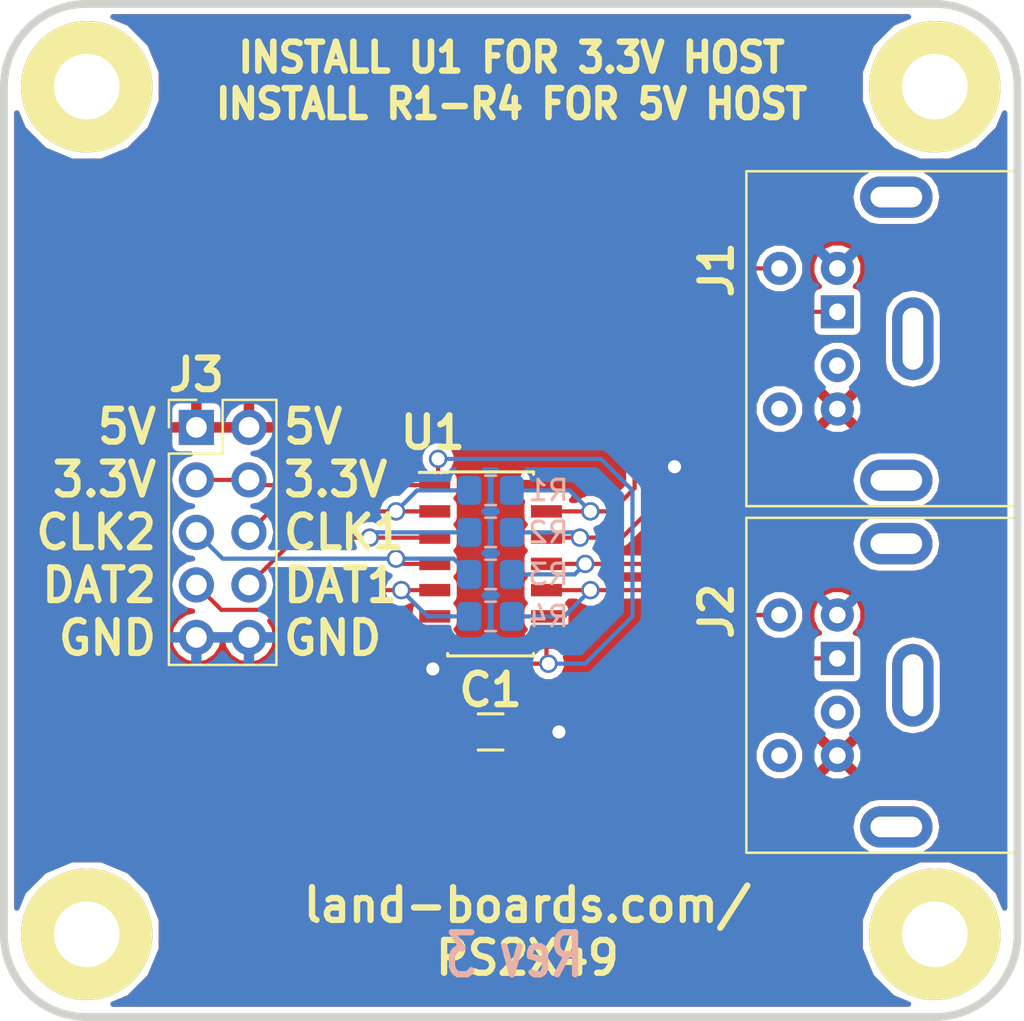
<source format=kicad_pcb>
(kicad_pcb (version 20171130) (host pcbnew "(5.0.2)-1")

  (general
    (thickness 1.6002)
    (drawings 17)
    (tracks 88)
    (zones 0)
    (modules 13)
    (nets 12)
  )

  (page A)
  (title_block
    (date "28 mar 2015")
    (rev X1)
  )

  (layers
    (0 Front signal)
    (31 Back signal)
    (36 B.SilkS user)
    (37 F.SilkS user)
    (38 B.Mask user)
    (39 F.Mask user)
    (40 Dwgs.User user hide)
    (44 Edge.Cuts user)
  )

  (setup
    (last_trace_width 0.2032)
    (user_trace_width 0.254)
    (user_trace_width 0.635)
    (trace_clearance 0.254)
    (zone_clearance 0.3048)
    (zone_45_only no)
    (trace_min 0.2032)
    (segment_width 0.381)
    (edge_width 0.381)
    (via_size 0.889)
    (via_drill 0.635)
    (via_min_size 0.889)
    (via_min_drill 0.508)
    (uvia_size 0.508)
    (uvia_drill 0.127)
    (uvias_allowed no)
    (uvia_min_size 0.508)
    (uvia_min_drill 0.127)
    (pcb_text_width 0.3048)
    (pcb_text_size 1.524 2.032)
    (mod_edge_width 0.381)
    (mod_text_size 1.524 1.524)
    (mod_text_width 0.3048)
    (pad_size 6.35 6.35)
    (pad_drill 3.175)
    (pad_to_mask_clearance 0.1524)
    (solder_mask_min_width 0.25)
    (aux_axis_origin 0 0)
    (visible_elements 7FFFFF7F)
    (pcbplotparams
      (layerselection 0x010f0_ffffffff)
      (usegerberextensions true)
      (usegerberattributes false)
      (usegerberadvancedattributes false)
      (creategerberjobfile false)
      (excludeedgelayer true)
      (linewidth 0.150000)
      (plotframeref false)
      (viasonmask false)
      (mode 1)
      (useauxorigin false)
      (hpglpennumber 1)
      (hpglpenspeed 20)
      (hpglpendiameter 15.000000)
      (psnegative false)
      (psa4output false)
      (plotreference true)
      (plotvalue false)
      (plotinvisibletext false)
      (padsonsilk false)
      (subtractmaskfromsilk false)
      (outputformat 1)
      (mirror false)
      (drillshape 0)
      (scaleselection 1)
      (outputdirectory "plots/"))
  )

  (net 0 "")
  (net 1 GND)
  (net 2 VCC)
  (net 3 /DAT1)
  (net 4 /CLK1)
  (net 5 /CLK2)
  (net 6 /DAT2)
  (net 7 /KDAT1)
  (net 8 /KCLK1)
  (net 9 /KCLK2)
  (net 10 /KDAT2)
  (net 11 +3V3)

  (net_class Default "This is the default net class."
    (clearance 0.254)
    (trace_width 0.2032)
    (via_dia 0.889)
    (via_drill 0.635)
    (uvia_dia 0.508)
    (uvia_drill 0.127)
    (add_net +3V3)
    (add_net /CLK1)
    (add_net /CLK2)
    (add_net /DAT1)
    (add_net /DAT2)
    (add_net /KCLK1)
    (add_net /KCLK2)
    (add_net /KDAT1)
    (add_net /KDAT2)
    (add_net GND)
    (add_net VCC)
  )

  (net_class POWER ""
    (clearance 0.254)
    (trace_width 0.635)
    (via_dia 0.889)
    (via_drill 0.635)
    (uvia_dia 0.508)
    (uvia_drill 0.127)
  )

  (module MTG-4-40 locked (layer Front) (tedit 50F036E3) (tstamp 51AF63A5)
    (at 14 55)
    (path /5030F2C2)
    (fp_text reference MTG3 (at -6.858 -0.635) (layer F.SilkS) hide
      (effects (font (size 1.524 1.524) (thickness 0.3048)))
    )
    (fp_text value CONN_1 (at 0 -5.08) (layer F.SilkS) hide
      (effects (font (size 1.524 1.524) (thickness 0.3048)))
    )
    (pad 1 thru_hole circle (at 0 0) (size 6.35 6.35) (drill 3.175) (layers *.Cu *.Mask F.SilkS))
  )

  (module MTG-4-40 locked (layer Front) (tedit 50F036E3) (tstamp 51AF63AA)
    (at 55 55)
    (path /5030F2C1)
    (fp_text reference MTG4 (at -6.858 -0.635) (layer F.SilkS) hide
      (effects (font (size 1.524 1.524) (thickness 0.3048)))
    )
    (fp_text value CONN_1 (at 0 -5.08) (layer F.SilkS) hide
      (effects (font (size 1.524 1.524) (thickness 0.3048)))
    )
    (pad 1 thru_hole circle (at 0 0) (size 6.35 6.35) (drill 3.175) (layers *.Cu *.Mask F.SilkS))
  )

  (module MTG-4-40 locked (layer Front) (tedit 50F036E3) (tstamp 51AF63AF)
    (at 55 14)
    (path /5030F2BD)
    (fp_text reference MTG2 (at -6.858 -0.635) (layer F.SilkS) hide
      (effects (font (size 1.524 1.524) (thickness 0.3048)))
    )
    (fp_text value CONN_1 (at 0 -5.08) (layer F.SilkS) hide
      (effects (font (size 1.524 1.524) (thickness 0.3048)))
    )
    (pad 1 thru_hole circle (at 0 0) (size 6.35 6.35) (drill 3.175) (layers *.Cu *.Mask F.SilkS))
  )

  (module MTG-4-40 locked (layer Front) (tedit 50F036E3) (tstamp 51AF63B4)
    (at 14 14)
    (path /5030F2A7)
    (fp_text reference MTG1 (at -6.858 -0.635) (layer F.SilkS) hide
      (effects (font (size 1.524 1.524) (thickness 0.3048)))
    )
    (fp_text value CONN_1 (at 0 -5.08) (layer F.SilkS) hide
      (effects (font (size 1.524 1.524) (thickness 0.3048)))
    )
    (pad 1 thru_hole circle (at 0 0) (size 6.35 6.35) (drill 3.175) (layers *.Cu *.Mask F.SilkS))
  )

  (module Resistors_SMD:R_0805_HandSoldering (layer Front) (tedit 5DD43863) (tstamp 57F07DDF)
    (at 33.528 45.212)
    (descr "Resistor SMD 0805, hand soldering")
    (tags "resistor 0805")
    (path /57F0F90C)
    (attr smd)
    (fp_text reference C1 (at 0 -2.032 180) (layer F.SilkS)
      (effects (font (size 1.524 1.524) (thickness 0.3048)))
    )
    (fp_text value 10uF (at 0 2.1) (layer F.Fab) hide
      (effects (font (size 1 1) (thickness 0.15)))
    )
    (fp_line (start -2.4 -1) (end 2.4 -1) (layer F.CrtYd) (width 0.05))
    (fp_line (start -2.4 1) (end 2.4 1) (layer F.CrtYd) (width 0.05))
    (fp_line (start -2.4 -1) (end -2.4 1) (layer F.CrtYd) (width 0.05))
    (fp_line (start 2.4 -1) (end 2.4 1) (layer F.CrtYd) (width 0.05))
    (fp_line (start 0.6 0.875) (end -0.6 0.875) (layer F.SilkS) (width 0.15))
    (fp_line (start -0.6 -0.875) (end 0.6 -0.875) (layer F.SilkS) (width 0.15))
    (pad 1 smd rect (at -1.35 0) (size 1.5 1.3) (layers Front F.Mask)
      (net 11 +3V3))
    (pad 2 smd rect (at 1.35 0) (size 1.5 1.3) (layers Front F.Mask)
      (net 1 GND))
    (model Resistors_SMD.3dshapes/R_0805_HandSoldering.wrl
      (at (xyz 0 0 0))
      (scale (xyz 1 1 1))
      (rotate (xyz 0 0 0))
    )
  )

  (module LandBoards_Conns:Connector_Mini-DIN_Female_6Pin_2rows (layer Front) (tedit 58E946D2) (tstamp 5DD34B03)
    (at 50.292 24.892 90)
    (descr "A footprint for the generic 6 pin Mini-DIN through hole connector with shell.")
    (tags "mini din 6pin connector socket")
    (path /5DD34587)
    (fp_text reference J1 (at 2.032 -5.842 90) (layer F.SilkS)
      (effects (font (size 1.524 1.524) (thickness 0.3048)))
    )
    (fp_text value Conn_01x06 (at -0.03 10.15 90) (layer F.Fab)
      (effects (font (size 1 1) (thickness 0.15)))
    )
    (fp_text user %R (at -1.27 -6.35 90) (layer F.Fab)
      (effects (font (size 1 1) (thickness 0.15)))
    )
    (fp_line (start 6.7 -4.3) (end 6.7 8.5) (layer F.Fab) (width 0.1))
    (fp_line (start 6.7 8.5) (end -9.3 8.5) (layer F.Fab) (width 0.1))
    (fp_line (start -9.3 8.5) (end -9.3 -4.3) (layer F.Fab) (width 0.1))
    (fp_line (start -9.3 -4.3) (end 6.7 -4.3) (layer F.Fab) (width 0.1))
    (fp_line (start 6.8 -4.4) (end 6.8 8.6) (layer F.SilkS) (width 0.12))
    (fp_line (start -9.4 -4.4) (end -9.4 8.6) (layer F.SilkS) (width 0.12))
    (fp_line (start -9.4 -4.4) (end 6.8 -4.4) (layer F.SilkS) (width 0.12))
    (fp_line (start -9.4 8.6) (end 6.8 8.6) (layer F.SilkS) (width 0.12))
    (fp_line (start -9.81 -5.05) (end 7.19 -5.05) (layer F.CrtYd) (width 0.05))
    (fp_line (start -9.81 -5.05) (end -9.81 9) (layer F.CrtYd) (width 0.05))
    (fp_line (start 7.19 9) (end 7.19 -5.05) (layer F.CrtYd) (width 0.05))
    (fp_line (start 7.19 9) (end -9.81 9) (layer F.CrtYd) (width 0.05))
    (pad 7 thru_hole oval (at -8.15 2.85 90) (size 2 3.5) (drill oval 1 2.5) (layers *.Cu *.Mask))
    (pad 7 thru_hole oval (at 5.55 2.85 90) (size 2 3.5) (drill oval 1 2.5) (layers *.Cu *.Mask))
    (pad 1 thru_hole rect (at 0 0 90) (size 1.6 1.6) (drill 0.8) (layers *.Cu *.Mask)
      (net 7 /KDAT1))
    (pad 2 thru_hole circle (at -2.6 0 90) (size 1.6 1.6) (drill 0.8) (layers *.Cu *.Mask))
    (pad 3 thru_hole circle (at 2.1 0 90) (size 1.6 1.6) (drill 0.8) (layers *.Cu *.Mask)
      (net 1 GND))
    (pad 4 thru_hole circle (at -4.7 0 90) (size 1.6 1.6) (drill 0.8) (layers *.Cu *.Mask)
      (net 2 VCC))
    (pad 5 thru_hole circle (at 2.1 -2.8 90) (size 1.6 1.6) (drill 0.8) (layers *.Cu *.Mask)
      (net 8 /KCLK1))
    (pad 6 thru_hole circle (at -4.7 -2.8 90) (size 1.6 1.6) (drill 0.8) (layers *.Cu *.Mask))
    (pad 7 thru_hole oval (at -1.3 3.65 90) (size 4 2) (drill oval 3 1) (layers *.Cu *.Mask))
  )

  (module LandBoards_Conns:Connector_Mini-DIN_Female_6Pin_2rows (layer Front) (tedit 58E946D2) (tstamp 5DD34B1D)
    (at 50.292 41.656 90)
    (descr "A footprint for the generic 6 pin Mini-DIN through hole connector with shell.")
    (tags "mini din 6pin connector socket")
    (path /5DD346A4)
    (fp_text reference J2 (at 2.286 -5.842 90) (layer F.SilkS)
      (effects (font (size 1.524 1.524) (thickness 0.3048)))
    )
    (fp_text value Conn_01x06 (at -0.03 10.15 90) (layer F.Fab)
      (effects (font (size 1 1) (thickness 0.15)))
    )
    (fp_line (start 7.19 9) (end -9.81 9) (layer F.CrtYd) (width 0.05))
    (fp_line (start 7.19 9) (end 7.19 -5.05) (layer F.CrtYd) (width 0.05))
    (fp_line (start -9.81 -5.05) (end -9.81 9) (layer F.CrtYd) (width 0.05))
    (fp_line (start -9.81 -5.05) (end 7.19 -5.05) (layer F.CrtYd) (width 0.05))
    (fp_line (start -9.4 8.6) (end 6.8 8.6) (layer F.SilkS) (width 0.12))
    (fp_line (start -9.4 -4.4) (end 6.8 -4.4) (layer F.SilkS) (width 0.12))
    (fp_line (start -9.4 -4.4) (end -9.4 8.6) (layer F.SilkS) (width 0.12))
    (fp_line (start 6.8 -4.4) (end 6.8 8.6) (layer F.SilkS) (width 0.12))
    (fp_line (start -9.3 -4.3) (end 6.7 -4.3) (layer F.Fab) (width 0.1))
    (fp_line (start -9.3 8.5) (end -9.3 -4.3) (layer F.Fab) (width 0.1))
    (fp_line (start 6.7 8.5) (end -9.3 8.5) (layer F.Fab) (width 0.1))
    (fp_line (start 6.7 -4.3) (end 6.7 8.5) (layer F.Fab) (width 0.1))
    (fp_text user %R (at -1.27 -6.35 90) (layer F.Fab)
      (effects (font (size 1 1) (thickness 0.15)))
    )
    (pad 7 thru_hole oval (at -1.3 3.65 90) (size 4 2) (drill oval 3 1) (layers *.Cu *.Mask))
    (pad 6 thru_hole circle (at -4.7 -2.8 90) (size 1.6 1.6) (drill 0.8) (layers *.Cu *.Mask))
    (pad 5 thru_hole circle (at 2.1 -2.8 90) (size 1.6 1.6) (drill 0.8) (layers *.Cu *.Mask)
      (net 9 /KCLK2))
    (pad 4 thru_hole circle (at -4.7 0 90) (size 1.6 1.6) (drill 0.8) (layers *.Cu *.Mask)
      (net 2 VCC))
    (pad 3 thru_hole circle (at 2.1 0 90) (size 1.6 1.6) (drill 0.8) (layers *.Cu *.Mask)
      (net 1 GND))
    (pad 2 thru_hole circle (at -2.6 0 90) (size 1.6 1.6) (drill 0.8) (layers *.Cu *.Mask))
    (pad 1 thru_hole rect (at 0 0 90) (size 1.6 1.6) (drill 0.8) (layers *.Cu *.Mask)
      (net 10 /KDAT2))
    (pad 7 thru_hole oval (at 5.55 2.85 90) (size 2 3.5) (drill oval 1 2.5) (layers *.Cu *.Mask))
    (pad 7 thru_hole oval (at -8.15 2.85 90) (size 2 3.5) (drill oval 1 2.5) (layers *.Cu *.Mask))
  )

  (module Connector_PinHeader_2.54mm:PinHeader_2x05_P2.54mm_Vertical (layer Front) (tedit 59FED5CC) (tstamp 5DD50A6A)
    (at 19.304 30.48)
    (descr "Through hole straight pin header, 2x05, 2.54mm pitch, double rows")
    (tags "Through hole pin header THT 2x05 2.54mm double row")
    (path /5DD4466A)
    (fp_text reference J3 (at 0 -2.54) (layer F.SilkS)
      (effects (font (size 1.524 1.524) (thickness 0.3048)))
    )
    (fp_text value Conn_02x05_Odd_Even (at 1.27 12.49) (layer F.Fab)
      (effects (font (size 1 1) (thickness 0.15)))
    )
    (fp_line (start 0 -1.27) (end 3.81 -1.27) (layer F.Fab) (width 0.1))
    (fp_line (start 3.81 -1.27) (end 3.81 11.43) (layer F.Fab) (width 0.1))
    (fp_line (start 3.81 11.43) (end -1.27 11.43) (layer F.Fab) (width 0.1))
    (fp_line (start -1.27 11.43) (end -1.27 0) (layer F.Fab) (width 0.1))
    (fp_line (start -1.27 0) (end 0 -1.27) (layer F.Fab) (width 0.1))
    (fp_line (start -1.33 11.49) (end 3.87 11.49) (layer F.SilkS) (width 0.12))
    (fp_line (start -1.33 1.27) (end -1.33 11.49) (layer F.SilkS) (width 0.12))
    (fp_line (start 3.87 -1.33) (end 3.87 11.49) (layer F.SilkS) (width 0.12))
    (fp_line (start -1.33 1.27) (end 1.27 1.27) (layer F.SilkS) (width 0.12))
    (fp_line (start 1.27 1.27) (end 1.27 -1.33) (layer F.SilkS) (width 0.12))
    (fp_line (start 1.27 -1.33) (end 3.87 -1.33) (layer F.SilkS) (width 0.12))
    (fp_line (start -1.33 0) (end -1.33 -1.33) (layer F.SilkS) (width 0.12))
    (fp_line (start -1.33 -1.33) (end 0 -1.33) (layer F.SilkS) (width 0.12))
    (fp_line (start -1.8 -1.8) (end -1.8 11.95) (layer F.CrtYd) (width 0.05))
    (fp_line (start -1.8 11.95) (end 4.35 11.95) (layer F.CrtYd) (width 0.05))
    (fp_line (start 4.35 11.95) (end 4.35 -1.8) (layer F.CrtYd) (width 0.05))
    (fp_line (start 4.35 -1.8) (end -1.8 -1.8) (layer F.CrtYd) (width 0.05))
    (fp_text user %R (at 1.27 5.08 90) (layer F.Fab)
      (effects (font (size 1 1) (thickness 0.15)))
    )
    (pad 1 thru_hole rect (at 0 0) (size 1.7 1.7) (drill 1) (layers *.Cu *.Mask)
      (net 2 VCC))
    (pad 2 thru_hole oval (at 2.54 0) (size 1.7 1.7) (drill 1) (layers *.Cu *.Mask)
      (net 2 VCC))
    (pad 3 thru_hole oval (at 0 2.54) (size 1.7 1.7) (drill 1) (layers *.Cu *.Mask)
      (net 11 +3V3))
    (pad 4 thru_hole oval (at 2.54 2.54) (size 1.7 1.7) (drill 1) (layers *.Cu *.Mask)
      (net 11 +3V3))
    (pad 5 thru_hole oval (at 0 5.08) (size 1.7 1.7) (drill 1) (layers *.Cu *.Mask)
      (net 5 /CLK2))
    (pad 6 thru_hole oval (at 2.54 5.08) (size 1.7 1.7) (drill 1) (layers *.Cu *.Mask)
      (net 4 /CLK1))
    (pad 7 thru_hole oval (at 0 7.62) (size 1.7 1.7) (drill 1) (layers *.Cu *.Mask)
      (net 6 /DAT2))
    (pad 8 thru_hole oval (at 2.54 7.62) (size 1.7 1.7) (drill 1) (layers *.Cu *.Mask)
      (net 3 /DAT1))
    (pad 9 thru_hole oval (at 0 10.16) (size 1.7 1.7) (drill 1) (layers *.Cu *.Mask)
      (net 1 GND))
    (pad 10 thru_hole oval (at 2.54 10.16) (size 1.7 1.7) (drill 1) (layers *.Cu *.Mask)
      (net 1 GND))
    (model ${KISYS3DMOD}/Connector_PinHeader_2.54mm.3dshapes/PinHeader_2x05_P2.54mm_Vertical.wrl
      (at (xyz 0 0 0))
      (scale (xyz 1 1 1))
      (rotate (xyz 0 0 0))
    )
  )

  (module Package_SO:SOIC-14_3.9x8.7mm_P1.27mm (layer Front) (tedit 5A02F2D3) (tstamp 5DD50ADE)
    (at 33.528 37.084)
    (descr "14-Lead Plastic Small Outline (SL) - Narrow, 3.90 mm Body [SOIC] (see Microchip Packaging Specification 00000049BS.pdf)")
    (tags "SOIC 1.27")
    (path /5DD46F75)
    (attr smd)
    (fp_text reference U1 (at -2.794 -6.35) (layer F.SilkS)
      (effects (font (size 1.524 1.524) (thickness 0.3048)))
    )
    (fp_text value TXS0104 (at 0 5.375) (layer F.Fab)
      (effects (font (size 1 1) (thickness 0.15)))
    )
    (fp_text user %R (at 0 0) (layer F.Fab)
      (effects (font (size 0.9 0.9) (thickness 0.135)))
    )
    (fp_line (start -0.95 -4.35) (end 1.95 -4.35) (layer F.Fab) (width 0.15))
    (fp_line (start 1.95 -4.35) (end 1.95 4.35) (layer F.Fab) (width 0.15))
    (fp_line (start 1.95 4.35) (end -1.95 4.35) (layer F.Fab) (width 0.15))
    (fp_line (start -1.95 4.35) (end -1.95 -3.35) (layer F.Fab) (width 0.15))
    (fp_line (start -1.95 -3.35) (end -0.95 -4.35) (layer F.Fab) (width 0.15))
    (fp_line (start -3.7 -4.65) (end -3.7 4.65) (layer F.CrtYd) (width 0.05))
    (fp_line (start 3.7 -4.65) (end 3.7 4.65) (layer F.CrtYd) (width 0.05))
    (fp_line (start -3.7 -4.65) (end 3.7 -4.65) (layer F.CrtYd) (width 0.05))
    (fp_line (start -3.7 4.65) (end 3.7 4.65) (layer F.CrtYd) (width 0.05))
    (fp_line (start -2.075 -4.45) (end -2.075 -4.425) (layer F.SilkS) (width 0.15))
    (fp_line (start 2.075 -4.45) (end 2.075 -4.335) (layer F.SilkS) (width 0.15))
    (fp_line (start 2.075 4.45) (end 2.075 4.335) (layer F.SilkS) (width 0.15))
    (fp_line (start -2.075 4.45) (end -2.075 4.335) (layer F.SilkS) (width 0.15))
    (fp_line (start -2.075 -4.45) (end 2.075 -4.45) (layer F.SilkS) (width 0.15))
    (fp_line (start -2.075 4.45) (end 2.075 4.45) (layer F.SilkS) (width 0.15))
    (fp_line (start -2.075 -4.425) (end -3.45 -4.425) (layer F.SilkS) (width 0.15))
    (pad 1 smd rect (at -2.7 -3.81) (size 1.5 0.6) (layers Front F.Paste F.Mask)
      (net 11 +3V3))
    (pad 2 smd rect (at -2.7 -2.54) (size 1.5 0.6) (layers Front F.Paste F.Mask)
      (net 4 /CLK1))
    (pad 3 smd rect (at -2.7 -1.27) (size 1.5 0.6) (layers Front F.Paste F.Mask)
      (net 3 /DAT1))
    (pad 4 smd rect (at -2.7 0) (size 1.5 0.6) (layers Front F.Paste F.Mask)
      (net 5 /CLK2))
    (pad 5 smd rect (at -2.7 1.27) (size 1.5 0.6) (layers Front F.Paste F.Mask)
      (net 6 /DAT2))
    (pad 6 smd rect (at -2.7 2.54) (size 1.5 0.6) (layers Front F.Paste F.Mask))
    (pad 7 smd rect (at -2.7 3.81) (size 1.5 0.6) (layers Front F.Paste F.Mask)
      (net 1 GND))
    (pad 8 smd rect (at 2.7 3.81) (size 1.5 0.6) (layers Front F.Paste F.Mask)
      (net 11 +3V3))
    (pad 9 smd rect (at 2.7 2.54) (size 1.5 0.6) (layers Front F.Paste F.Mask))
    (pad 10 smd rect (at 2.7 1.27) (size 1.5 0.6) (layers Front F.Paste F.Mask)
      (net 10 /KDAT2))
    (pad 11 smd rect (at 2.7 0) (size 1.5 0.6) (layers Front F.Paste F.Mask)
      (net 9 /KCLK2))
    (pad 12 smd rect (at 2.7 -1.27) (size 1.5 0.6) (layers Front F.Paste F.Mask)
      (net 7 /KDAT1))
    (pad 13 smd rect (at 2.7 -2.54) (size 1.5 0.6) (layers Front F.Paste F.Mask)
      (net 8 /KCLK1))
    (pad 14 smd rect (at 2.7 -3.81) (size 1.5 0.6) (layers Front F.Paste F.Mask)
      (net 2 VCC))
    (model ${KISYS3DMOD}/Package_SO.3dshapes/SOIC-14_3.9x8.7mm_P1.27mm.wrl
      (at (xyz 0 0 0))
      (scale (xyz 1 1 1))
      (rotate (xyz 0 0 0))
    )
  )

  (module Resistor_SMD:R_0805_2012Metric_Pad1.15x1.40mm_HandSolder (layer Back) (tedit 5B36C52B) (tstamp 5DE1A8C8)
    (at 33.528 33.528 180)
    (descr "Resistor SMD 0805 (2012 Metric), square (rectangular) end terminal, IPC_7351 nominal with elongated pad for handsoldering. (Body size source: https://docs.google.com/spreadsheets/d/1BsfQQcO9C6DZCsRaXUlFlo91Tg2WpOkGARC1WS5S8t0/edit?usp=sharing), generated with kicad-footprint-generator")
    (tags "resistor handsolder")
    (path /5DD5FB13)
    (attr smd)
    (fp_text reference R1 (at -2.794 0 180) (layer B.SilkS)
      (effects (font (size 1 1) (thickness 0.15)) (justify mirror))
    )
    (fp_text value R_Small (at 0 -1.65 180) (layer B.Fab)
      (effects (font (size 1 1) (thickness 0.15)) (justify mirror))
    )
    (fp_line (start -1 -0.6) (end -1 0.6) (layer B.Fab) (width 0.1))
    (fp_line (start -1 0.6) (end 1 0.6) (layer B.Fab) (width 0.1))
    (fp_line (start 1 0.6) (end 1 -0.6) (layer B.Fab) (width 0.1))
    (fp_line (start 1 -0.6) (end -1 -0.6) (layer B.Fab) (width 0.1))
    (fp_line (start -0.261252 0.71) (end 0.261252 0.71) (layer B.SilkS) (width 0.12))
    (fp_line (start -0.261252 -0.71) (end 0.261252 -0.71) (layer B.SilkS) (width 0.12))
    (fp_line (start -1.85 -0.95) (end -1.85 0.95) (layer B.CrtYd) (width 0.05))
    (fp_line (start -1.85 0.95) (end 1.85 0.95) (layer B.CrtYd) (width 0.05))
    (fp_line (start 1.85 0.95) (end 1.85 -0.95) (layer B.CrtYd) (width 0.05))
    (fp_line (start 1.85 -0.95) (end -1.85 -0.95) (layer B.CrtYd) (width 0.05))
    (fp_text user %R (at 0 0 180) (layer B.Fab)
      (effects (font (size 0.5 0.5) (thickness 0.08)) (justify mirror))
    )
    (pad 1 smd roundrect (at -1.025 0 180) (size 1.15 1.4) (layers Back B.Paste B.Mask) (roundrect_rratio 0.217391)
      (net 8 /KCLK1))
    (pad 2 smd roundrect (at 1.025 0 180) (size 1.15 1.4) (layers Back B.Paste B.Mask) (roundrect_rratio 0.217391)
      (net 4 /CLK1))
    (model ${KISYS3DMOD}/Resistor_SMD.3dshapes/R_0805_2012Metric.wrl
      (at (xyz 0 0 0))
      (scale (xyz 1 1 1))
      (rotate (xyz 0 0 0))
    )
  )

  (module Resistor_SMD:R_0805_2012Metric_Pad1.15x1.40mm_HandSolder (layer Back) (tedit 5B36C52B) (tstamp 5DE1A8D9)
    (at 33.528 35.56 180)
    (descr "Resistor SMD 0805 (2012 Metric), square (rectangular) end terminal, IPC_7351 nominal with elongated pad for handsoldering. (Body size source: https://docs.google.com/spreadsheets/d/1BsfQQcO9C6DZCsRaXUlFlo91Tg2WpOkGARC1WS5S8t0/edit?usp=sharing), generated with kicad-footprint-generator")
    (tags "resistor handsolder")
    (path /5DD6E8F6)
    (attr smd)
    (fp_text reference R2 (at -2.794 0 180) (layer B.SilkS)
      (effects (font (size 1 1) (thickness 0.15)) (justify mirror))
    )
    (fp_text value R_Small (at 0 -1.65 180) (layer B.Fab)
      (effects (font (size 1 1) (thickness 0.15)) (justify mirror))
    )
    (fp_text user %R (at 0 0 180) (layer B.Fab)
      (effects (font (size 0.5 0.5) (thickness 0.08)) (justify mirror))
    )
    (fp_line (start 1.85 -0.95) (end -1.85 -0.95) (layer B.CrtYd) (width 0.05))
    (fp_line (start 1.85 0.95) (end 1.85 -0.95) (layer B.CrtYd) (width 0.05))
    (fp_line (start -1.85 0.95) (end 1.85 0.95) (layer B.CrtYd) (width 0.05))
    (fp_line (start -1.85 -0.95) (end -1.85 0.95) (layer B.CrtYd) (width 0.05))
    (fp_line (start -0.261252 -0.71) (end 0.261252 -0.71) (layer B.SilkS) (width 0.12))
    (fp_line (start -0.261252 0.71) (end 0.261252 0.71) (layer B.SilkS) (width 0.12))
    (fp_line (start 1 -0.6) (end -1 -0.6) (layer B.Fab) (width 0.1))
    (fp_line (start 1 0.6) (end 1 -0.6) (layer B.Fab) (width 0.1))
    (fp_line (start -1 0.6) (end 1 0.6) (layer B.Fab) (width 0.1))
    (fp_line (start -1 -0.6) (end -1 0.6) (layer B.Fab) (width 0.1))
    (pad 2 smd roundrect (at 1.025 0 180) (size 1.15 1.4) (layers Back B.Paste B.Mask) (roundrect_rratio 0.217391)
      (net 3 /DAT1))
    (pad 1 smd roundrect (at -1.025 0 180) (size 1.15 1.4) (layers Back B.Paste B.Mask) (roundrect_rratio 0.217391)
      (net 7 /KDAT1))
    (model ${KISYS3DMOD}/Resistor_SMD.3dshapes/R_0805_2012Metric.wrl
      (at (xyz 0 0 0))
      (scale (xyz 1 1 1))
      (rotate (xyz 0 0 0))
    )
  )

  (module Resistor_SMD:R_0805_2012Metric_Pad1.15x1.40mm_HandSolder (layer Back) (tedit 5B36C52B) (tstamp 5DE1A8EA)
    (at 33.528 37.592 180)
    (descr "Resistor SMD 0805 (2012 Metric), square (rectangular) end terminal, IPC_7351 nominal with elongated pad for handsoldering. (Body size source: https://docs.google.com/spreadsheets/d/1BsfQQcO9C6DZCsRaXUlFlo91Tg2WpOkGARC1WS5S8t0/edit?usp=sharing), generated with kicad-footprint-generator")
    (tags "resistor handsolder")
    (path /5DD6E928)
    (attr smd)
    (fp_text reference R3 (at -2.794 0 180) (layer B.SilkS)
      (effects (font (size 1 1) (thickness 0.15)) (justify mirror))
    )
    (fp_text value R_Small (at 0 -1.65 180) (layer B.Fab)
      (effects (font (size 1 1) (thickness 0.15)) (justify mirror))
    )
    (fp_line (start -1 -0.6) (end -1 0.6) (layer B.Fab) (width 0.1))
    (fp_line (start -1 0.6) (end 1 0.6) (layer B.Fab) (width 0.1))
    (fp_line (start 1 0.6) (end 1 -0.6) (layer B.Fab) (width 0.1))
    (fp_line (start 1 -0.6) (end -1 -0.6) (layer B.Fab) (width 0.1))
    (fp_line (start -0.261252 0.71) (end 0.261252 0.71) (layer B.SilkS) (width 0.12))
    (fp_line (start -0.261252 -0.71) (end 0.261252 -0.71) (layer B.SilkS) (width 0.12))
    (fp_line (start -1.85 -0.95) (end -1.85 0.95) (layer B.CrtYd) (width 0.05))
    (fp_line (start -1.85 0.95) (end 1.85 0.95) (layer B.CrtYd) (width 0.05))
    (fp_line (start 1.85 0.95) (end 1.85 -0.95) (layer B.CrtYd) (width 0.05))
    (fp_line (start 1.85 -0.95) (end -1.85 -0.95) (layer B.CrtYd) (width 0.05))
    (fp_text user %R (at 0 0 180) (layer B.Fab)
      (effects (font (size 0.5 0.5) (thickness 0.08)) (justify mirror))
    )
    (pad 1 smd roundrect (at -1.025 0 180) (size 1.15 1.4) (layers Back B.Paste B.Mask) (roundrect_rratio 0.217391)
      (net 9 /KCLK2))
    (pad 2 smd roundrect (at 1.025 0 180) (size 1.15 1.4) (layers Back B.Paste B.Mask) (roundrect_rratio 0.217391)
      (net 5 /CLK2))
    (model ${KISYS3DMOD}/Resistor_SMD.3dshapes/R_0805_2012Metric.wrl
      (at (xyz 0 0 0))
      (scale (xyz 1 1 1))
      (rotate (xyz 0 0 0))
    )
  )

  (module Resistor_SMD:R_0805_2012Metric_Pad1.15x1.40mm_HandSolder (layer Back) (tedit 5B36C52B) (tstamp 5DE1A8FB)
    (at 33.528 39.624 180)
    (descr "Resistor SMD 0805 (2012 Metric), square (rectangular) end terminal, IPC_7351 nominal with elongated pad for handsoldering. (Body size source: https://docs.google.com/spreadsheets/d/1BsfQQcO9C6DZCsRaXUlFlo91Tg2WpOkGARC1WS5S8t0/edit?usp=sharing), generated with kicad-footprint-generator")
    (tags "resistor handsolder")
    (path /5DD6E95C)
    (attr smd)
    (fp_text reference R4 (at -2.794 0 180) (layer B.SilkS)
      (effects (font (size 1 1) (thickness 0.15)) (justify mirror))
    )
    (fp_text value R_Small (at 0 -1.65 180) (layer B.Fab)
      (effects (font (size 1 1) (thickness 0.15)) (justify mirror))
    )
    (fp_text user %R (at 0 0 180) (layer B.Fab)
      (effects (font (size 0.5 0.5) (thickness 0.08)) (justify mirror))
    )
    (fp_line (start 1.85 -0.95) (end -1.85 -0.95) (layer B.CrtYd) (width 0.05))
    (fp_line (start 1.85 0.95) (end 1.85 -0.95) (layer B.CrtYd) (width 0.05))
    (fp_line (start -1.85 0.95) (end 1.85 0.95) (layer B.CrtYd) (width 0.05))
    (fp_line (start -1.85 -0.95) (end -1.85 0.95) (layer B.CrtYd) (width 0.05))
    (fp_line (start -0.261252 -0.71) (end 0.261252 -0.71) (layer B.SilkS) (width 0.12))
    (fp_line (start -0.261252 0.71) (end 0.261252 0.71) (layer B.SilkS) (width 0.12))
    (fp_line (start 1 -0.6) (end -1 -0.6) (layer B.Fab) (width 0.1))
    (fp_line (start 1 0.6) (end 1 -0.6) (layer B.Fab) (width 0.1))
    (fp_line (start -1 0.6) (end 1 0.6) (layer B.Fab) (width 0.1))
    (fp_line (start -1 -0.6) (end -1 0.6) (layer B.Fab) (width 0.1))
    (pad 2 smd roundrect (at 1.025 0 180) (size 1.15 1.4) (layers Back B.Paste B.Mask) (roundrect_rratio 0.217391)
      (net 6 /DAT2))
    (pad 1 smd roundrect (at -1.025 0 180) (size 1.15 1.4) (layers Back B.Paste B.Mask) (roundrect_rratio 0.217391)
      (net 10 /KDAT2))
    (model ${KISYS3DMOD}/Resistor_SMD.3dshapes/R_0805_2012Metric.wrl
      (at (xyz 0 0 0))
      (scale (xyz 1 1 1))
      (rotate (xyz 0 0 0))
    )
  )

  (gr_text "INSTALL U1 FOR 3.3V HOST\nINSTALL R1-R4 FOR 5V HOST" (at 34.544 13.716) (layer F.SilkS) (tstamp 5DE1AD76)
    (effects (font (size 1.397 1.27) (thickness 0.3175)))
  )
  (gr_text "land-boards.com/\nPS2X49" (at 35.306 54.864) (layer F.SilkS) (tstamp 5DD41EBD)
    (effects (font (size 1.5875 1.524) (thickness 0.3048)))
  )
  (gr_text "5V\n3.3V\nCLK2\nDAT2\nGND" (at 17.526 35.56) (layer F.SilkS) (tstamp 5DD41EB6)
    (effects (font (size 1.5875 1.524) (thickness 0.3048)) (justify right))
  )
  (gr_text "5V\n3.3V\nCLK1\nDAT1\nGND" (at 23.368 35.56) (layer F.SilkS)
    (effects (font (size 1.5875 1.524) (thickness 0.3048)) (justify left))
  )
  (gr_text "Rev 3" (at 34.671 56.007) (layer B.SilkS)
    (effects (font (size 2.032 1.524) (thickness 0.3048)) (justify mirror))
  )
  (dimension 49 (width 0.3048) (layer Dwgs.User)
    (gr_text "49.000 mm" (at 0.3744 34.5 90) (layer Dwgs.User)
      (effects (font (size 2.032 1.524) (thickness 0.3048)))
    )
    (feature1 (pts (xy 14 10) (xy -1.2512 10)))
    (feature2 (pts (xy 14 59) (xy -1.2512 59)))
    (crossbar (pts (xy 2 59) (xy 2 10)))
    (arrow1a (pts (xy 2 10) (xy 2.58642 11.126503)))
    (arrow1b (pts (xy 2 10) (xy 1.41358 11.126503)))
    (arrow2a (pts (xy 2 59) (xy 2.58642 57.873497)))
    (arrow2b (pts (xy 2 59) (xy 1.41358 57.873497)))
  )
  (dimension 49 (width 0.3048) (layer Dwgs.User)
    (gr_text "49.000 mm" (at 34.5 2.374401) (layer Dwgs.User)
      (effects (font (size 2.032 1.524) (thickness 0.3048)))
    )
    (feature1 (pts (xy 10 14) (xy 10 0.748801)))
    (feature2 (pts (xy 59 14) (xy 59 0.748801)))
    (crossbar (pts (xy 59 4.000001) (xy 10 4.000001)))
    (arrow1a (pts (xy 10 4.000001) (xy 11.126503 3.413581)))
    (arrow1b (pts (xy 10 4.000001) (xy 11.126503 4.586421)))
    (arrow2a (pts (xy 59 4.000001) (xy 57.873497 3.413581)))
    (arrow2b (pts (xy 59 4.000001) (xy 57.873497 4.586421)))
  )
  (dimension 41 (width 0.3048) (layer Dwgs.User)
    (gr_text "41.000 mm" (at 34.5 6.374401) (layer Dwgs.User)
      (effects (font (size 2.032 1.524) (thickness 0.3048)))
    )
    (feature1 (pts (xy 55 14) (xy 55 4.748801)))
    (feature2 (pts (xy 14 14) (xy 14 4.748801)))
    (crossbar (pts (xy 14 8.000001) (xy 55 8.000001)))
    (arrow1a (pts (xy 55 8.000001) (xy 53.873497 8.586421)))
    (arrow1b (pts (xy 55 8.000001) (xy 53.873497 7.413581)))
    (arrow2a (pts (xy 14 8.000001) (xy 15.126503 8.586421)))
    (arrow2b (pts (xy 14 8.000001) (xy 15.126503 7.413581)))
  )
  (dimension 41 (width 0.3048) (layer Dwgs.User)
    (gr_text "41.000 mm" (at 6.3744 34.5 90) (layer Dwgs.User)
      (effects (font (size 2.032 1.524) (thickness 0.3048)))
    )
    (feature1 (pts (xy 14 14) (xy 4.7488 14)))
    (feature2 (pts (xy 14 55) (xy 4.7488 55)))
    (crossbar (pts (xy 8 55) (xy 8 14)))
    (arrow1a (pts (xy 8 14) (xy 8.58642 15.126503)))
    (arrow1b (pts (xy 8 14) (xy 7.41358 15.126503)))
    (arrow2a (pts (xy 8 55) (xy 8.58642 53.873497)))
    (arrow2b (pts (xy 8 55) (xy 7.41358 53.873497)))
  )
  (gr_line (start 10 55) (end 10 14) (angle 90) (layer Edge.Cuts) (width 0.381))
  (gr_line (start 55 59) (end 14 59) (angle 90) (layer Edge.Cuts) (width 0.381))
  (gr_line (start 59 14) (end 59 55) (angle 90) (layer Edge.Cuts) (width 0.381))
  (gr_line (start 14 10) (end 55 10) (angle 90) (layer Edge.Cuts) (width 0.381))
  (gr_arc (start 55 55) (end 59 55) (angle 90) (layer Edge.Cuts) (width 0.381))
  (gr_arc (start 55 14) (end 55 10) (angle 90) (layer Edge.Cuts) (width 0.381))
  (gr_arc (start 14 14) (end 10 14) (angle 90) (layer Edge.Cuts) (width 0.381))
  (gr_arc (start 14 55) (end 14 59) (angle 90) (layer Edge.Cuts) (width 0.381))

  (via (at 42.418 32.385) (size 0.889) (drill 0.635) (layers Front Back) (net 1))
  (segment (start 42.338 32.465) (end 42.418 32.385) (width 0.2032) (layer Front) (net 1))
  (via (at 36.83 45.212) (size 0.889) (drill 0.635) (layers Front Back) (net 1))
  (segment (start 34.925 45.292) (end 36.75 45.292) (width 0.2032) (layer Front) (net 1) (status 10))
  (segment (start 36.75 45.292) (end 36.83 45.212) (width 0.2032) (layer Front) (net 1))
  (via (at 30.734 42.164) (size 0.889) (drill 0.635) (layers Front Back) (net 1))
  (segment (start 30.828 40.894) (end 30.828 42.07) (width 0.2032) (layer Front) (net 1) (status 10))
  (segment (start 30.828 42.07) (end 30.734 42.164) (width 0.2032) (layer Front) (net 1))
  (segment (start 24.13 35.814) (end 21.844 38.1) (width 0.2032) (layer Front) (net 3) (status 20))
  (via (at 27.686 35.814) (size 0.889) (drill 0.635) (layers Front Back) (net 3))
  (segment (start 27.94 35.56) (end 27.686 35.814) (width 0.2032) (layer Back) (net 3))
  (segment (start 32.503 35.56) (end 27.94 35.56) (width 0.2032) (layer Back) (net 3) (status 10))
  (segment (start 30.828 35.814) (end 27.686 35.814) (width 0.2032) (layer Front) (net 3) (status 10))
  (segment (start 27.686 35.814) (end 24.13 35.814) (width 0.2032) (layer Front) (net 3))
  (segment (start 22.86 34.544) (end 21.844 35.56) (width 0.2032) (layer Front) (net 4) (status 20))
  (via (at 28.956 34.544) (size 0.889) (drill 0.635) (layers Front Back) (net 4))
  (segment (start 29.972 33.528) (end 28.956 34.544) (width 0.2032) (layer Back) (net 4))
  (segment (start 32.503 33.528) (end 29.972 33.528) (width 0.2032) (layer Back) (net 4) (status 10))
  (segment (start 30.828 34.544) (end 28.956 34.544) (width 0.2032) (layer Front) (net 4) (status 10))
  (segment (start 28.956 34.544) (end 22.86 34.544) (width 0.2032) (layer Front) (net 4))
  (via (at 28.956 36.83) (size 0.889) (drill 0.635) (layers Front Back) (net 5))
  (segment (start 30.828 37.084) (end 29.21 37.084) (width 0.2032) (layer Front) (net 5) (status 10))
  (segment (start 29.21 37.084) (end 28.956 36.83) (width 0.2032) (layer Front) (net 5))
  (segment (start 20.574 36.83) (end 19.304 35.56) (width 0.2032) (layer Back) (net 5) (status 20))
  (segment (start 28.956 36.83) (end 20.574 36.83) (width 0.2032) (layer Back) (net 5))
  (segment (start 31.741 36.83) (end 28.956 36.83) (width 0.2032) (layer Back) (net 5))
  (segment (start 32.503 37.592) (end 31.741 36.83) (width 0.2032) (layer Back) (net 5) (status 10))
  (segment (start 20.509601 39.305601) (end 26.988399 39.305601) (width 0.2032) (layer Front) (net 6))
  (segment (start 19.304 38.1) (end 20.509601 39.305601) (width 0.2032) (layer Front) (net 6) (status 10))
  (segment (start 26.988399 39.305601) (end 27.94 38.354) (width 0.2032) (layer Front) (net 6))
  (via (at 29.21 38.354) (size 0.889) (drill 0.635) (layers Front Back) (net 6))
  (segment (start 30.48 39.624) (end 29.21 38.354) (width 0.2032) (layer Back) (net 6))
  (segment (start 32.503 39.624) (end 30.48 39.624) (width 0.2032) (layer Back) (net 6) (status 10))
  (segment (start 27.94 38.354) (end 29.21 38.354) (width 0.2032) (layer Front) (net 6))
  (segment (start 29.21 38.354) (end 30.828 38.354) (width 0.2032) (layer Front) (net 6) (status 20))
  (segment (start 45.466 24.892) (end 50.292 24.892) (width 0.2032) (layer Front) (net 7) (status 20))
  (segment (start 41.25 29.108) (end 45.466 24.892) (width 0.2032) (layer Front) (net 7))
  (segment (start 41.25 34.442) (end 41.25 29.108) (width 0.2032) (layer Front) (net 7))
  (segment (start 39.878 35.814) (end 41.25 34.442) (width 0.2032) (layer Front) (net 7))
  (via (at 37.846 35.814) (size 0.889) (drill 0.635) (layers Front Back) (net 7))
  (segment (start 37.592 35.56) (end 37.846 35.814) (width 0.2032) (layer Back) (net 7))
  (segment (start 34.553 35.56) (end 37.592 35.56) (width 0.2032) (layer Back) (net 7) (status 10))
  (segment (start 36.228 35.814) (end 37.846 35.814) (width 0.2032) (layer Front) (net 7) (status 10))
  (segment (start 37.846 35.814) (end 39.878 35.814) (width 0.2032) (layer Front) (net 7))
  (segment (start 47.458 22.606) (end 47.487001 22.576999) (width 0.2032) (layer Front) (net 8) (status 30))
  (segment (start 44.772 22.792) (end 47.492 22.792) (width 0.2032) (layer Front) (net 8) (status 20))
  (segment (start 40.488 27.076) (end 44.772 22.792) (width 0.2032) (layer Front) (net 8))
  (segment (start 40.488 33.426) (end 40.488 27.076) (width 0.2032) (layer Front) (net 8))
  (segment (start 39.37 34.544) (end 40.488 33.426) (width 0.2032) (layer Front) (net 8))
  (via (at 38.354 34.544) (size 0.889) (drill 0.635) (layers Front Back) (net 8))
  (segment (start 37.338 33.528) (end 38.354 34.544) (width 0.2032) (layer Back) (net 8))
  (segment (start 34.553 33.528) (end 37.338 33.528) (width 0.2032) (layer Back) (net 8) (status 10))
  (segment (start 36.228 34.544) (end 38.354 34.544) (width 0.2032) (layer Front) (net 8) (status 10))
  (segment (start 38.354 34.544) (end 39.37 34.544) (width 0.2032) (layer Front) (net 8))
  (segment (start 45.144 39.556) (end 42.672 37.084) (width 0.2032) (layer Front) (net 9))
  (segment (start 47.492 39.556) (end 45.144 39.556) (width 0.2032) (layer Front) (net 9) (status 10))
  (via (at 38.1 37.084) (size 0.889) (drill 0.635) (layers Front Back) (net 9))
  (segment (start 37.592 37.592) (end 38.1 37.084) (width 0.2032) (layer Back) (net 9))
  (segment (start 34.553 37.592) (end 37.592 37.592) (width 0.2032) (layer Back) (net 9) (status 10))
  (segment (start 42.672 37.084) (end 38.1 37.084) (width 0.2032) (layer Front) (net 9))
  (segment (start 38.1 37.084) (end 36.228 37.084) (width 0.2032) (layer Front) (net 9) (status 20))
  (segment (start 44.958 41.656) (end 50.292 41.656) (width 0.2032) (layer Front) (net 10) (status 20))
  (segment (start 41.656 38.354) (end 44.958 41.656) (width 0.2032) (layer Front) (net 10))
  (via (at 38.354 38.354) (size 0.889) (drill 0.635) (layers Front Back) (net 10))
  (segment (start 37.084 39.624) (end 38.354 38.354) (width 0.2032) (layer Back) (net 10))
  (segment (start 34.553 39.624) (end 37.084 39.624) (width 0.2032) (layer Back) (net 10) (status 10))
  (segment (start 36.228 38.354) (end 38.354 38.354) (width 0.2032) (layer Front) (net 10) (status 10))
  (segment (start 38.354 38.354) (end 41.656 38.354) (width 0.2032) (layer Front) (net 10))
  (segment (start 20.506081 33.02) (end 21.844 33.02) (width 0.2032) (layer Front) (net 11) (status 20))
  (segment (start 19.304 33.02) (end 20.506081 33.02) (width 0.2032) (layer Front) (net 11) (status 10))
  (segment (start 22.098 33.274) (end 21.844 33.02) (width 0.2032) (layer Front) (net 11) (status 30))
  (segment (start 30.828 33.274) (end 22.098 33.274) (width 0.2032) (layer Front) (net 11) (status 30))
  (via (at 36.322 41.91) (size 0.889) (drill 0.635) (layers Front Back) (net 11))
  (segment (start 36.228 40.894) (end 36.228 41.816) (width 0.2032) (layer Front) (net 11) (status 10))
  (segment (start 36.228 41.816) (end 36.322 41.91) (width 0.2032) (layer Front) (net 11))
  (via (at 30.988 32.004) (size 0.889) (drill 0.635) (layers Front Back) (net 11))
  (segment (start 30.988 33.114) (end 30.828 33.274) (width 0.2032) (layer Front) (net 11) (status 30))
  (segment (start 30.988 32.004) (end 30.988 33.114) (width 0.2032) (layer Front) (net 11) (status 20))
  (segment (start 33.528 32.004) (end 30.988 32.004) (width 0.2032) (layer Back) (net 11))
  (segment (start 38.862 32.004) (end 33.528 32.004) (width 0.2032) (layer Back) (net 11))
  (segment (start 40.386 33.528) (end 38.862 32.004) (width 0.2032) (layer Back) (net 11))
  (segment (start 40.386 39.624) (end 40.386 33.528) (width 0.2032) (layer Back) (net 11))
  (segment (start 38.1 41.91) (end 40.386 39.624) (width 0.2032) (layer Back) (net 11))
  (segment (start 36.322 41.91) (end 38.1 41.91) (width 0.2032) (layer Back) (net 11))
  (segment (start 35.693383 41.91) (end 36.322 41.91) (width 0.2032) (layer Front) (net 11))
  (segment (start 34.6268 41.91) (end 35.693383 41.91) (width 0.2032) (layer Front) (net 11))
  (segment (start 32.178 44.3588) (end 34.6268 41.91) (width 0.2032) (layer Front) (net 11))
  (segment (start 32.178 45.212) (end 32.178 44.3588) (width 0.2032) (layer Front) (net 11))

  (zone (net 2) (net_name VCC) (layer Front) (tstamp 5DD41ECB) (hatch edge 0.508)
    (connect_pads (clearance 0.3048))
    (min_thickness 0.254)
    (fill yes (arc_segments 16) (thermal_gap 0.508) (thermal_bridge_width 0.508))
    (polygon
      (pts
        (xy 13.97 10.16) (xy 54.61 10.16) (xy 59.055 14.605) (xy 59.055 55.245) (xy 53.975 59.055)
        (xy 14.605 59.055) (xy 10.16 53.975) (xy 10.16 13.97)
      )
    )
    (filled_polygon
      (pts
        (xy 52.956912 10.942303) (xy 51.942303 11.956912) (xy 51.3932 13.282563) (xy 51.3932 14.717437) (xy 51.942303 16.043088)
        (xy 52.956912 17.057697) (xy 54.282563 17.6068) (xy 55.717437 17.6068) (xy 57.043088 17.057697) (xy 58.057697 16.043088)
        (xy 58.3777 15.270533) (xy 58.377701 53.729469) (xy 58.057697 52.956912) (xy 57.043088 51.942303) (xy 55.717437 51.3932)
        (xy 54.282563 51.3932) (xy 52.956912 51.942303) (xy 51.942303 52.956912) (xy 51.3932 54.282563) (xy 51.3932 55.717437)
        (xy 51.942303 57.043088) (xy 52.956912 58.057697) (xy 53.729467 58.3777) (xy 15.270533 58.3777) (xy 16.043088 58.057697)
        (xy 17.057697 57.043088) (xy 17.6068 55.717437) (xy 17.6068 54.282563) (xy 17.057697 52.956912) (xy 16.043088 51.942303)
        (xy 14.717437 51.3932) (xy 13.282563 51.3932) (xy 11.956912 51.942303) (xy 10.942303 52.956912) (xy 10.6223 53.729467)
        (xy 10.6223 49.806) (xy 50.93215 49.806) (xy 51.043274 50.36466) (xy 51.35973 50.83827) (xy 51.83334 51.154726)
        (xy 52.250983 51.2378) (xy 54.033017 51.2378) (xy 54.45066 51.154726) (xy 54.92427 50.83827) (xy 55.240726 50.36466)
        (xy 55.35185 49.806) (xy 55.240726 49.24734) (xy 54.92427 48.77373) (xy 54.45066 48.457274) (xy 54.033017 48.3742)
        (xy 52.250983 48.3742) (xy 51.83334 48.457274) (xy 51.35973 48.77373) (xy 51.043274 49.24734) (xy 50.93215 49.806)
        (xy 10.6223 49.806) (xy 10.6223 44.562) (xy 30.987741 44.562) (xy 30.987741 45.862) (xy 31.021254 46.03048)
        (xy 31.11669 46.17331) (xy 31.25952 46.268746) (xy 31.428 46.302259) (xy 32.928 46.302259) (xy 33.09648 46.268746)
        (xy 33.23931 46.17331) (xy 33.334746 46.03048) (xy 33.368259 45.862) (xy 33.368259 44.562) (xy 33.687741 44.562)
        (xy 33.687741 45.862) (xy 33.721254 46.03048) (xy 33.81669 46.17331) (xy 33.95952 46.268746) (xy 34.128 46.302259)
        (xy 35.628 46.302259) (xy 35.79648 46.268746) (xy 35.93931 46.17331) (xy 35.980957 46.11098) (xy 46.2602 46.11098)
        (xy 46.2602 46.60102) (xy 46.447731 47.053758) (xy 46.794242 47.400269) (xy 47.24698 47.5878) (xy 47.73702 47.5878)
        (xy 48.189758 47.400269) (xy 48.226282 47.363745) (xy 49.463861 47.363745) (xy 49.537995 47.609864) (xy 50.075223 47.802965)
        (xy 50.645454 47.775778) (xy 51.046005 47.609864) (xy 51.120139 47.363745) (xy 50.292 46.535605) (xy 49.463861 47.363745)
        (xy 48.226282 47.363745) (xy 48.536269 47.053758) (xy 48.7238 46.60102) (xy 48.7238 46.139223) (xy 48.845035 46.139223)
        (xy 48.872222 46.709454) (xy 49.038136 47.110005) (xy 49.284255 47.184139) (xy 50.112395 46.356) (xy 50.471605 46.356)
        (xy 51.299745 47.184139) (xy 51.545864 47.110005) (xy 51.738965 46.572777) (xy 51.711778 46.002546) (xy 51.545864 45.601995)
        (xy 51.299745 45.527861) (xy 50.471605 46.356) (xy 50.112395 46.356) (xy 49.284255 45.527861) (xy 49.038136 45.601995)
        (xy 48.845035 46.139223) (xy 48.7238 46.139223) (xy 48.7238 46.11098) (xy 48.536269 45.658242) (xy 48.189758 45.311731)
        (xy 47.73702 45.1242) (xy 47.24698 45.1242) (xy 46.794242 45.311731) (xy 46.447731 45.658242) (xy 46.2602 46.11098)
        (xy 35.980957 46.11098) (xy 36.034746 46.03048) (xy 36.068259 45.862) (xy 36.068259 45.8254) (xy 36.204125 45.8254)
        (xy 36.333616 45.954891) (xy 36.655693 46.0883) (xy 37.004307 46.0883) (xy 37.326384 45.954891) (xy 37.572891 45.708384)
        (xy 37.7063 45.386307) (xy 37.7063 45.037693) (xy 37.572891 44.715616) (xy 37.326384 44.469109) (xy 37.004307 44.3357)
        (xy 36.655693 44.3357) (xy 36.333616 44.469109) (xy 36.087109 44.715616) (xy 36.069304 44.7586) (xy 36.068259 44.7586)
        (xy 36.068259 44.562) (xy 36.034746 44.39352) (xy 35.93931 44.25069) (xy 35.79648 44.155254) (xy 35.628 44.121741)
        (xy 34.128 44.121741) (xy 33.95952 44.155254) (xy 33.81669 44.25069) (xy 33.721254 44.39352) (xy 33.687741 44.562)
        (xy 33.368259 44.562) (xy 33.334746 44.39352) (xy 33.23931 44.25069) (xy 33.120102 44.171038) (xy 33.28016 44.01098)
        (xy 49.0602 44.01098) (xy 49.0602 44.50102) (xy 49.247731 44.953758) (xy 49.50515 45.211177) (xy 49.463861 45.348255)
        (xy 50.292 46.176395) (xy 51.120139 45.348255) (xy 51.07885 45.211177) (xy 51.336269 44.953758) (xy 51.5238 44.50102)
        (xy 51.5238 44.01098) (xy 51.336269 43.558242) (xy 50.989758 43.211731) (xy 50.53702 43.0242) (xy 50.04698 43.0242)
        (xy 49.594242 43.211731) (xy 49.247731 43.558242) (xy 49.0602 44.01098) (xy 33.28016 44.01098) (xy 34.847741 42.4434)
        (xy 35.616125 42.4434) (xy 35.825616 42.652891) (xy 36.147693 42.7863) (xy 36.496307 42.7863) (xy 36.818384 42.652891)
        (xy 37.064891 42.406384) (xy 37.1983 42.084307) (xy 37.1983 41.735693) (xy 37.142713 41.601495) (xy 37.14648 41.600746)
        (xy 37.28931 41.50531) (xy 37.384746 41.36248) (xy 37.418259 41.194) (xy 37.418259 40.594) (xy 37.384746 40.42552)
        (xy 37.28931 40.28269) (xy 37.253855 40.259) (xy 37.28931 40.23531) (xy 37.384746 40.09248) (xy 37.418259 39.924)
        (xy 37.418259 39.324) (xy 37.384746 39.15552) (xy 37.28931 39.01269) (xy 37.253855 38.989) (xy 37.28931 38.96531)
        (xy 37.341368 38.8874) (xy 37.648125 38.8874) (xy 37.857616 39.096891) (xy 38.179693 39.2303) (xy 38.528307 39.2303)
        (xy 38.850384 39.096891) (xy 39.059875 38.8874) (xy 41.43506 38.8874) (xy 44.543685 41.996026) (xy 44.573441 42.040559)
        (xy 44.749878 42.158451) (xy 44.905469 42.1894) (xy 44.905473 42.1894) (xy 44.957999 42.199848) (xy 45.010525 42.1894)
        (xy 49.051741 42.1894) (xy 49.051741 42.456) (xy 49.085254 42.62448) (xy 49.18069 42.76731) (xy 49.32352 42.862746)
        (xy 49.492 42.896259) (xy 51.092 42.896259) (xy 51.26048 42.862746) (xy 51.40331 42.76731) (xy 51.498746 42.62448)
        (xy 51.532259 42.456) (xy 51.532259 41.814984) (xy 52.5102 41.814984) (xy 52.510201 44.097017) (xy 52.593275 44.51466)
        (xy 52.909731 44.98827) (xy 53.383341 45.304726) (xy 53.942 45.41585) (xy 54.50066 45.304726) (xy 54.97427 44.98827)
        (xy 55.290726 44.51466) (xy 55.3738 44.097017) (xy 55.3738 41.814983) (xy 55.290726 41.39734) (xy 54.974269 40.92373)
        (xy 54.500659 40.607274) (xy 53.942 40.49615) (xy 53.38334 40.607274) (xy 52.90973 40.923731) (xy 52.593274 41.397341)
        (xy 52.5102 41.814984) (xy 51.532259 41.814984) (xy 51.532259 40.856) (xy 51.498746 40.68752) (xy 51.40331 40.54469)
        (xy 51.26048 40.449254) (xy 51.160634 40.429393) (xy 51.336269 40.253758) (xy 51.5238 39.80102) (xy 51.5238 39.31098)
        (xy 51.336269 38.858242) (xy 50.989758 38.511731) (xy 50.53702 38.3242) (xy 50.04698 38.3242) (xy 49.594242 38.511731)
        (xy 49.247731 38.858242) (xy 49.0602 39.31098) (xy 49.0602 39.80102) (xy 49.247731 40.253758) (xy 49.423366 40.429393)
        (xy 49.32352 40.449254) (xy 49.18069 40.54469) (xy 49.085254 40.68752) (xy 49.051741 40.856) (xy 49.051741 41.1226)
        (xy 45.178941 41.1226) (xy 42.070317 38.013977) (xy 42.040559 37.969441) (xy 41.864122 37.851549) (xy 41.708531 37.8206)
        (xy 41.708526 37.8206) (xy 41.656 37.810152) (xy 41.603474 37.8206) (xy 39.059875 37.8206) (xy 38.856675 37.6174)
        (xy 42.45106 37.6174) (xy 44.729685 39.896025) (xy 44.759441 39.940559) (xy 44.935878 40.058451) (xy 45.091469 40.0894)
        (xy 45.091473 40.0894) (xy 45.144 40.099848) (xy 45.196527 40.0894) (xy 46.379651 40.0894) (xy 46.447731 40.253758)
        (xy 46.794242 40.600269) (xy 47.24698 40.7878) (xy 47.73702 40.7878) (xy 48.189758 40.600269) (xy 48.536269 40.253758)
        (xy 48.7238 39.80102) (xy 48.7238 39.31098) (xy 48.536269 38.858242) (xy 48.189758 38.511731) (xy 47.73702 38.3242)
        (xy 47.24698 38.3242) (xy 46.794242 38.511731) (xy 46.447731 38.858242) (xy 46.379651 39.0226) (xy 45.364941 39.0226)
        (xy 43.086317 36.743977) (xy 43.056559 36.699441) (xy 42.880122 36.581549) (xy 42.724531 36.5506) (xy 42.724526 36.5506)
        (xy 42.672 36.540152) (xy 42.619474 36.5506) (xy 38.805875 36.5506) (xy 38.602675 36.3474) (xy 39.825474 36.3474)
        (xy 39.878 36.357848) (xy 39.930526 36.3474) (xy 39.930531 36.3474) (xy 40.086122 36.316451) (xy 40.262559 36.198559)
        (xy 40.292317 36.154023) (xy 40.34034 36.106) (xy 50.93215 36.106) (xy 51.043274 36.66466) (xy 51.35973 37.13827)
        (xy 51.83334 37.454726) (xy 52.250983 37.5378) (xy 54.033017 37.5378) (xy 54.45066 37.454726) (xy 54.92427 37.13827)
        (xy 55.240726 36.66466) (xy 55.35185 36.106) (xy 55.240726 35.54734) (xy 54.92427 35.07373) (xy 54.45066 34.757274)
        (xy 54.033017 34.6742) (xy 52.250983 34.6742) (xy 51.83334 34.757274) (xy 51.35973 35.07373) (xy 51.043274 35.54734)
        (xy 50.93215 36.106) (xy 40.34034 36.106) (xy 41.590026 34.856315) (xy 41.634559 34.826559) (xy 41.752451 34.650122)
        (xy 41.7834 34.494531) (xy 41.7834 34.494527) (xy 41.793848 34.442001) (xy 41.7834 34.389475) (xy 41.7834 32.989675)
        (xy 41.921616 33.127891) (xy 42.243693 33.2613) (xy 42.592307 33.2613) (xy 42.914384 33.127891) (xy 43.000275 33.042)
        (xy 50.93215 33.042) (xy 51.043274 33.60066) (xy 51.35973 34.07427) (xy 51.83334 34.390726) (xy 52.250983 34.4738)
        (xy 54.033017 34.4738) (xy 54.45066 34.390726) (xy 54.92427 34.07427) (xy 55.240726 33.60066) (xy 55.35185 33.042)
        (xy 55.240726 32.48334) (xy 54.92427 32.00973) (xy 54.45066 31.693274) (xy 54.033017 31.6102) (xy 52.250983 31.6102)
        (xy 51.83334 31.693274) (xy 51.35973 32.00973) (xy 51.043274 32.48334) (xy 50.93215 33.042) (xy 43.000275 33.042)
        (xy 43.160891 32.881384) (xy 43.2943 32.559307) (xy 43.2943 32.210693) (xy 43.160891 31.888616) (xy 42.914384 31.642109)
        (xy 42.592307 31.5087) (xy 42.243693 31.5087) (xy 41.921616 31.642109) (xy 41.7834 31.780325) (xy 41.7834 29.34698)
        (xy 46.2602 29.34698) (xy 46.2602 29.83702) (xy 46.447731 30.289758) (xy 46.794242 30.636269) (xy 47.24698 30.8238)
        (xy 47.73702 30.8238) (xy 48.189758 30.636269) (xy 48.226282 30.599745) (xy 49.463861 30.599745) (xy 49.537995 30.845864)
        (xy 50.075223 31.038965) (xy 50.645454 31.011778) (xy 51.046005 30.845864) (xy 51.120139 30.599745) (xy 50.292 29.771605)
        (xy 49.463861 30.599745) (xy 48.226282 30.599745) (xy 48.536269 30.289758) (xy 48.7238 29.83702) (xy 48.7238 29.375223)
        (xy 48.845035 29.375223) (xy 48.872222 29.945454) (xy 49.038136 30.346005) (xy 49.284255 30.420139) (xy 50.112395 29.592)
        (xy 50.471605 29.592) (xy 51.299745 30.420139) (xy 51.545864 30.346005) (xy 51.738965 29.808777) (xy 51.711778 29.238546)
        (xy 51.545864 28.837995) (xy 51.299745 28.763861) (xy 50.471605 29.592) (xy 50.112395 29.592) (xy 49.284255 28.763861)
        (xy 49.038136 28.837995) (xy 48.845035 29.375223) (xy 48.7238 29.375223) (xy 48.7238 29.34698) (xy 48.536269 28.894242)
        (xy 48.189758 28.547731) (xy 47.73702 28.3602) (xy 47.24698 28.3602) (xy 46.794242 28.547731) (xy 46.447731 28.894242)
        (xy 46.2602 29.34698) (xy 41.7834 29.34698) (xy 41.7834 29.32894) (xy 43.86536 27.24698) (xy 49.0602 27.24698)
        (xy 49.0602 27.73702) (xy 49.247731 28.189758) (xy 49.50515 28.447177) (xy 49.463861 28.584255) (xy 50.292 29.412395)
        (xy 51.120139 28.584255) (xy 51.07885 28.447177) (xy 51.336269 28.189758) (xy 51.5238 27.73702) (xy 51.5238 27.24698)
        (xy 51.336269 26.794242) (xy 50.989758 26.447731) (xy 50.53702 26.2602) (xy 50.04698 26.2602) (xy 49.594242 26.447731)
        (xy 49.247731 26.794242) (xy 49.0602 27.24698) (xy 43.86536 27.24698) (xy 45.686941 25.4254) (xy 49.051741 25.4254)
        (xy 49.051741 25.692) (xy 49.085254 25.86048) (xy 49.18069 26.00331) (xy 49.32352 26.098746) (xy 49.492 26.132259)
        (xy 51.092 26.132259) (xy 51.26048 26.098746) (xy 51.40331 26.00331) (xy 51.498746 25.86048) (xy 51.532259 25.692)
        (xy 51.532259 25.050984) (xy 52.5102 25.050984) (xy 52.510201 27.333017) (xy 52.593275 27.75066) (xy 52.909731 28.22427)
        (xy 53.383341 28.540726) (xy 53.942 28.65185) (xy 54.50066 28.540726) (xy 54.97427 28.22427) (xy 55.290726 27.75066)
        (xy 55.3738 27.333017) (xy 55.3738 25.050983) (xy 55.290726 24.63334) (xy 54.974269 24.15973) (xy 54.500659 23.843274)
        (xy 53.942 23.73215) (xy 53.38334 23.843274) (xy 52.90973 24.159731) (xy 52.593274 24.633341) (xy 52.5102 25.050984)
        (xy 51.532259 25.050984) (xy 51.532259 24.092) (xy 51.498746 23.92352) (xy 51.40331 23.78069) (xy 51.26048 23.685254)
        (xy 51.160634 23.665393) (xy 51.336269 23.489758) (xy 51.5238 23.03702) (xy 51.5238 22.54698) (xy 51.336269 22.094242)
        (xy 50.989758 21.747731) (xy 50.53702 21.5602) (xy 50.04698 21.5602) (xy 49.594242 21.747731) (xy 49.247731 22.094242)
        (xy 49.0602 22.54698) (xy 49.0602 23.03702) (xy 49.247731 23.489758) (xy 49.423366 23.665393) (xy 49.32352 23.685254)
        (xy 49.18069 23.78069) (xy 49.085254 23.92352) (xy 49.051741 24.092) (xy 49.051741 24.3586) (xy 45.518525 24.3586)
        (xy 45.465999 24.348152) (xy 45.413473 24.3586) (xy 45.413469 24.3586) (xy 45.257878 24.389549) (xy 45.081441 24.507441)
        (xy 45.051685 24.551974) (xy 41.0214 28.58226) (xy 41.0214 27.29694) (xy 44.992941 23.3254) (xy 46.379651 23.3254)
        (xy 46.447731 23.489758) (xy 46.794242 23.836269) (xy 47.24698 24.0238) (xy 47.73702 24.0238) (xy 48.189758 23.836269)
        (xy 48.536269 23.489758) (xy 48.7238 23.03702) (xy 48.7238 22.54698) (xy 48.536269 22.094242) (xy 48.189758 21.747731)
        (xy 47.73702 21.5602) (xy 47.24698 21.5602) (xy 46.794242 21.747731) (xy 46.447731 22.094242) (xy 46.379651 22.2586)
        (xy 44.824527 22.2586) (xy 44.772 22.248152) (xy 44.719473 22.2586) (xy 44.719469 22.2586) (xy 44.563878 22.289549)
        (xy 44.387441 22.407441) (xy 44.357685 22.451974) (xy 40.147975 26.661685) (xy 40.103442 26.691441) (xy 40.073686 26.735974)
        (xy 40.073685 26.735975) (xy 39.98555 26.867878) (xy 39.944152 27.076) (xy 39.954601 27.128531) (xy 39.9546 33.205059)
        (xy 39.14906 34.0106) (xy 39.059875 34.0106) (xy 38.850384 33.801109) (xy 38.528307 33.6677) (xy 38.179693 33.6677)
        (xy 37.857616 33.801109) (xy 37.648125 34.0106) (xy 37.439426 34.0106) (xy 37.516327 33.933699) (xy 37.613 33.70031)
        (xy 37.613 33.55975) (xy 37.45425 33.401) (xy 36.355 33.401) (xy 36.355 33.421) (xy 36.101 33.421)
        (xy 36.101 33.401) (xy 35.00175 33.401) (xy 34.843 33.55975) (xy 34.843 33.70031) (xy 34.939673 33.933699)
        (xy 35.075356 34.069381) (xy 35.071254 34.07552) (xy 35.037741 34.244) (xy 35.037741 34.844) (xy 35.071254 35.01248)
        (xy 35.16669 35.15531) (xy 35.202145 35.179) (xy 35.16669 35.20269) (xy 35.071254 35.34552) (xy 35.037741 35.514)
        (xy 35.037741 36.114) (xy 35.071254 36.28248) (xy 35.16669 36.42531) (xy 35.202145 36.449) (xy 35.16669 36.47269)
        (xy 35.071254 36.61552) (xy 35.037741 36.784) (xy 35.037741 37.384) (xy 35.071254 37.55248) (xy 35.16669 37.69531)
        (xy 35.202145 37.719) (xy 35.16669 37.74269) (xy 35.071254 37.88552) (xy 35.037741 38.054) (xy 35.037741 38.654)
        (xy 35.071254 38.82248) (xy 35.16669 38.96531) (xy 35.202145 38.989) (xy 35.16669 39.01269) (xy 35.071254 39.15552)
        (xy 35.037741 39.324) (xy 35.037741 39.924) (xy 35.071254 40.09248) (xy 35.16669 40.23531) (xy 35.202145 40.259)
        (xy 35.16669 40.28269) (xy 35.071254 40.42552) (xy 35.037741 40.594) (xy 35.037741 41.194) (xy 35.071254 41.36248)
        (xy 35.080689 41.3766) (xy 34.679325 41.3766) (xy 34.626799 41.366152) (xy 34.574273 41.3766) (xy 34.574269 41.3766)
        (xy 34.418678 41.407549) (xy 34.242241 41.525441) (xy 34.212485 41.569975) (xy 31.837975 43.944485) (xy 31.793442 43.974241)
        (xy 31.694885 44.121741) (xy 31.428 44.121741) (xy 31.25952 44.155254) (xy 31.11669 44.25069) (xy 31.021254 44.39352)
        (xy 30.987741 44.562) (xy 10.6223 44.562) (xy 10.6223 30.76575) (xy 17.819 30.76575) (xy 17.819 31.45631)
        (xy 17.915673 31.689699) (xy 18.094302 31.868327) (xy 18.327691 31.965) (xy 18.575742 31.965) (xy 18.379874 32.095874)
        (xy 18.096572 32.519867) (xy 17.997089 33.02) (xy 18.096572 33.520133) (xy 18.379874 33.944126) (xy 18.803867 34.227428)
        (xy 19.118437 34.29) (xy 18.803867 34.352572) (xy 18.379874 34.635874) (xy 18.096572 35.059867) (xy 17.997089 35.56)
        (xy 18.096572 36.060133) (xy 18.379874 36.484126) (xy 18.803867 36.767428) (xy 19.118437 36.83) (xy 18.803867 36.892572)
        (xy 18.379874 37.175874) (xy 18.096572 37.599867) (xy 17.997089 38.1) (xy 18.096572 38.600133) (xy 18.379874 39.024126)
        (xy 18.803867 39.307428) (xy 19.118437 39.37) (xy 18.803867 39.432572) (xy 18.379874 39.715874) (xy 18.096572 40.139867)
        (xy 17.997089 40.64) (xy 18.096572 41.140133) (xy 18.379874 41.564126) (xy 18.803867 41.847428) (xy 19.177759 41.9218)
        (xy 19.430241 41.9218) (xy 19.804133 41.847428) (xy 20.228126 41.564126) (xy 20.511428 41.140133) (xy 20.574 40.825563)
        (xy 20.636572 41.140133) (xy 20.919874 41.564126) (xy 21.343867 41.847428) (xy 21.717759 41.9218) (xy 21.970241 41.9218)
        (xy 22.344133 41.847428) (xy 22.768126 41.564126) (xy 23.051428 41.140133) (xy 23.150911 40.64) (xy 23.051428 40.139867)
        (xy 22.850397 39.839001) (xy 26.935873 39.839001) (xy 26.988399 39.849449) (xy 27.040925 39.839001) (xy 27.04093 39.839001)
        (xy 27.196521 39.808052) (xy 27.372958 39.69016) (xy 27.402716 39.645624) (xy 28.160941 38.8874) (xy 28.504125 38.8874)
        (xy 28.713616 39.096891) (xy 29.035693 39.2303) (xy 29.384307 39.2303) (xy 29.706384 39.096891) (xy 29.718573 39.084702)
        (xy 29.671254 39.15552) (xy 29.637741 39.324) (xy 29.637741 39.924) (xy 29.671254 40.09248) (xy 29.76669 40.23531)
        (xy 29.802145 40.259) (xy 29.76669 40.28269) (xy 29.671254 40.42552) (xy 29.637741 40.594) (xy 29.637741 41.194)
        (xy 29.671254 41.36248) (xy 29.76669 41.50531) (xy 29.90952 41.600746) (xy 30.033348 41.625377) (xy 29.991109 41.667616)
        (xy 29.8577 41.989693) (xy 29.8577 42.338307) (xy 29.991109 42.660384) (xy 30.237616 42.906891) (xy 30.559693 43.0403)
        (xy 30.908307 43.0403) (xy 31.230384 42.906891) (xy 31.476891 42.660384) (xy 31.6103 42.338307) (xy 31.6103 41.989693)
        (xy 31.476891 41.667616) (xy 31.443534 41.634259) (xy 31.578 41.634259) (xy 31.74648 41.600746) (xy 31.88931 41.50531)
        (xy 31.984746 41.36248) (xy 32.018259 41.194) (xy 32.018259 40.594) (xy 31.984746 40.42552) (xy 31.88931 40.28269)
        (xy 31.853855 40.259) (xy 31.88931 40.23531) (xy 31.984746 40.09248) (xy 32.018259 39.924) (xy 32.018259 39.324)
        (xy 31.984746 39.15552) (xy 31.88931 39.01269) (xy 31.853855 38.989) (xy 31.88931 38.96531) (xy 31.984746 38.82248)
        (xy 32.018259 38.654) (xy 32.018259 38.054) (xy 31.984746 37.88552) (xy 31.88931 37.74269) (xy 31.853855 37.719)
        (xy 31.88931 37.69531) (xy 31.984746 37.55248) (xy 32.018259 37.384) (xy 32.018259 36.784) (xy 31.984746 36.61552)
        (xy 31.88931 36.47269) (xy 31.853855 36.449) (xy 31.88931 36.42531) (xy 31.984746 36.28248) (xy 32.018259 36.114)
        (xy 32.018259 35.514) (xy 31.984746 35.34552) (xy 31.88931 35.20269) (xy 31.853855 35.179) (xy 31.88931 35.15531)
        (xy 31.984746 35.01248) (xy 32.018259 34.844) (xy 32.018259 34.244) (xy 31.984746 34.07552) (xy 31.88931 33.93269)
        (xy 31.853855 33.909) (xy 31.88931 33.88531) (xy 31.984746 33.74248) (xy 32.018259 33.574) (xy 32.018259 32.974)
        (xy 31.993135 32.84769) (xy 34.843 32.84769) (xy 34.843 32.98825) (xy 35.00175 33.147) (xy 36.101 33.147)
        (xy 36.101 32.49775) (xy 36.355 32.49775) (xy 36.355 33.147) (xy 37.45425 33.147) (xy 37.613 32.98825)
        (xy 37.613 32.84769) (xy 37.516327 32.614301) (xy 37.337698 32.435673) (xy 37.104309 32.339) (xy 36.51375 32.339)
        (xy 36.355 32.49775) (xy 36.101 32.49775) (xy 35.94225 32.339) (xy 35.351691 32.339) (xy 35.118302 32.435673)
        (xy 34.939673 32.614301) (xy 34.843 32.84769) (xy 31.993135 32.84769) (xy 31.984746 32.80552) (xy 31.88931 32.66269)
        (xy 31.74648 32.567254) (xy 31.677702 32.553573) (xy 31.730891 32.500384) (xy 31.8643 32.178307) (xy 31.8643 31.829693)
        (xy 31.730891 31.507616) (xy 31.484384 31.261109) (xy 31.162307 31.1277) (xy 30.813693 31.1277) (xy 30.491616 31.261109)
        (xy 30.245109 31.507616) (xy 30.1117 31.829693) (xy 30.1117 32.178307) (xy 30.245109 32.500384) (xy 30.278466 32.533741)
        (xy 30.078 32.533741) (xy 29.90952 32.567254) (xy 29.76669 32.66269) (xy 29.714632 32.7406) (xy 23.095335 32.7406)
        (xy 23.051428 32.519867) (xy 22.768126 32.095874) (xy 22.380734 31.837028) (xy 22.725358 31.675183) (xy 23.115645 31.246924)
        (xy 23.285476 30.83689) (xy 23.164155 30.607) (xy 21.971 30.607) (xy 21.971 30.627) (xy 21.717 30.627)
        (xy 21.717 30.607) (xy 19.431 30.607) (xy 19.431 30.627) (xy 19.177 30.627) (xy 19.177 30.607)
        (xy 17.97775 30.607) (xy 17.819 30.76575) (xy 10.6223 30.76575) (xy 10.6223 29.50369) (xy 17.819 29.50369)
        (xy 17.819 30.19425) (xy 17.97775 30.353) (xy 19.177 30.353) (xy 19.177 29.15375) (xy 19.431 29.15375)
        (xy 19.431 30.353) (xy 21.717 30.353) (xy 21.717 29.159181) (xy 21.971 29.159181) (xy 21.971 30.353)
        (xy 23.164155 30.353) (xy 23.285476 30.12311) (xy 23.115645 29.713076) (xy 22.725358 29.284817) (xy 22.200892 29.038514)
        (xy 21.971 29.159181) (xy 21.717 29.159181) (xy 21.487108 29.038514) (xy 20.962642 29.284817) (xy 20.78093 29.484208)
        (xy 20.692327 29.270301) (xy 20.513698 29.091673) (xy 20.280309 28.995) (xy 19.58975 28.995) (xy 19.431 29.15375)
        (xy 19.177 29.15375) (xy 19.01825 28.995) (xy 18.327691 28.995) (xy 18.094302 29.091673) (xy 17.915673 29.270301)
        (xy 17.819 29.50369) (xy 10.6223 29.50369) (xy 10.6223 19.342) (xy 50.93215 19.342) (xy 51.043274 19.90066)
        (xy 51.35973 20.37427) (xy 51.83334 20.690726) (xy 52.250983 20.7738) (xy 54.033017 20.7738) (xy 54.45066 20.690726)
        (xy 54.92427 20.37427) (xy 55.240726 19.90066) (xy 55.35185 19.342) (xy 55.240726 18.78334) (xy 54.92427 18.30973)
        (xy 54.45066 17.993274) (xy 54.033017 17.9102) (xy 52.250983 17.9102) (xy 51.83334 17.993274) (xy 51.35973 18.30973)
        (xy 51.043274 18.78334) (xy 50.93215 19.342) (xy 10.6223 19.342) (xy 10.6223 15.270533) (xy 10.942303 16.043088)
        (xy 11.956912 17.057697) (xy 13.282563 17.6068) (xy 14.717437 17.6068) (xy 16.043088 17.057697) (xy 17.057697 16.043088)
        (xy 17.6068 14.717437) (xy 17.6068 13.282563) (xy 17.057697 11.956912) (xy 16.043088 10.942303) (xy 15.270533 10.6223)
        (xy 53.729467 10.6223)
      )
    )
  )
  (zone (net 1) (net_name GND) (layer Back) (tstamp 5DD41EC8) (hatch edge 0.508)
    (connect_pads (clearance 0.3048))
    (min_thickness 0.254)
    (fill yes (arc_segments 16) (thermal_gap 0.508) (thermal_bridge_width 0.508))
    (polygon
      (pts
        (xy 13.335 10.16) (xy 54.61 10.16) (xy 59.055 14.605) (xy 59.055 53.34) (xy 53.975 59.055)
        (xy 14.605 59.055) (xy 10.16 53.975) (xy 10.16 13.335)
      )
    )
    (filled_polygon
      (pts
        (xy 52.956912 10.942303) (xy 51.942303 11.956912) (xy 51.3932 13.282563) (xy 51.3932 14.717437) (xy 51.942303 16.043088)
        (xy 52.956912 17.057697) (xy 54.282563 17.6068) (xy 55.717437 17.6068) (xy 57.043088 17.057697) (xy 58.057697 16.043088)
        (xy 58.3777 15.270533) (xy 58.377701 53.729469) (xy 58.057697 52.956912) (xy 57.043088 51.942303) (xy 55.717437 51.3932)
        (xy 54.282563 51.3932) (xy 52.956912 51.942303) (xy 51.942303 52.956912) (xy 51.3932 54.282563) (xy 51.3932 55.717437)
        (xy 51.942303 57.043088) (xy 52.956912 58.057697) (xy 53.729467 58.3777) (xy 15.270533 58.3777) (xy 16.043088 58.057697)
        (xy 17.057697 57.043088) (xy 17.6068 55.717437) (xy 17.6068 54.282563) (xy 17.057697 52.956912) (xy 16.043088 51.942303)
        (xy 14.717437 51.3932) (xy 13.282563 51.3932) (xy 11.956912 51.942303) (xy 10.942303 52.956912) (xy 10.6223 53.729467)
        (xy 10.6223 49.806) (xy 50.93215 49.806) (xy 51.043274 50.36466) (xy 51.35973 50.83827) (xy 51.83334 51.154726)
        (xy 52.250983 51.2378) (xy 54.033017 51.2378) (xy 54.45066 51.154726) (xy 54.92427 50.83827) (xy 55.240726 50.36466)
        (xy 55.35185 49.806) (xy 55.240726 49.24734) (xy 54.92427 48.77373) (xy 54.45066 48.457274) (xy 54.033017 48.3742)
        (xy 52.250983 48.3742) (xy 51.83334 48.457274) (xy 51.35973 48.77373) (xy 51.043274 49.24734) (xy 50.93215 49.806)
        (xy 10.6223 49.806) (xy 10.6223 46.11098) (xy 46.2602 46.11098) (xy 46.2602 46.60102) (xy 46.447731 47.053758)
        (xy 46.794242 47.400269) (xy 47.24698 47.5878) (xy 47.73702 47.5878) (xy 48.189758 47.400269) (xy 48.536269 47.053758)
        (xy 48.7238 46.60102) (xy 48.7238 46.11098) (xy 48.536269 45.658242) (xy 48.189758 45.311731) (xy 47.73702 45.1242)
        (xy 47.24698 45.1242) (xy 46.794242 45.311731) (xy 46.447731 45.658242) (xy 46.2602 46.11098) (xy 10.6223 46.11098)
        (xy 10.6223 44.01098) (xy 49.0602 44.01098) (xy 49.0602 44.50102) (xy 49.247731 44.953758) (xy 49.594242 45.300269)
        (xy 49.608078 45.306) (xy 49.594242 45.311731) (xy 49.247731 45.658242) (xy 49.0602 46.11098) (xy 49.0602 46.60102)
        (xy 49.247731 47.053758) (xy 49.594242 47.400269) (xy 50.04698 47.5878) (xy 50.53702 47.5878) (xy 50.989758 47.400269)
        (xy 51.336269 47.053758) (xy 51.5238 46.60102) (xy 51.5238 46.11098) (xy 51.336269 45.658242) (xy 50.989758 45.311731)
        (xy 50.975922 45.306) (xy 50.989758 45.300269) (xy 51.336269 44.953758) (xy 51.5238 44.50102) (xy 51.5238 44.01098)
        (xy 51.336269 43.558242) (xy 50.989758 43.211731) (xy 50.53702 43.0242) (xy 50.04698 43.0242) (xy 49.594242 43.211731)
        (xy 49.247731 43.558242) (xy 49.0602 44.01098) (xy 10.6223 44.01098) (xy 10.6223 40.99689) (xy 17.862524 40.99689)
        (xy 18.032355 41.406924) (xy 18.422642 41.835183) (xy 18.947108 42.081486) (xy 19.177 41.960819) (xy 19.177 40.767)
        (xy 19.431 40.767) (xy 19.431 41.960819) (xy 19.660892 42.081486) (xy 20.185358 41.835183) (xy 20.574 41.408729)
        (xy 20.962642 41.835183) (xy 21.487108 42.081486) (xy 21.717 41.960819) (xy 21.717 40.767) (xy 21.971 40.767)
        (xy 21.971 41.960819) (xy 22.200892 42.081486) (xy 22.725358 41.835183) (xy 23.115645 41.406924) (xy 23.285476 40.99689)
        (xy 23.164155 40.767) (xy 21.971 40.767) (xy 21.717 40.767) (xy 19.431 40.767) (xy 19.177 40.767)
        (xy 17.983845 40.767) (xy 17.862524 40.99689) (xy 10.6223 40.99689) (xy 10.6223 40.28311) (xy 17.862524 40.28311)
        (xy 17.983845 40.513) (xy 19.177 40.513) (xy 19.177 40.493) (xy 19.431 40.493) (xy 19.431 40.513)
        (xy 21.717 40.513) (xy 21.717 40.493) (xy 21.971 40.493) (xy 21.971 40.513) (xy 23.164155 40.513)
        (xy 23.285476 40.28311) (xy 23.115645 39.873076) (xy 22.725358 39.444817) (xy 22.380734 39.282972) (xy 22.768126 39.024126)
        (xy 23.051428 38.600133) (xy 23.150911 38.1) (xy 23.051428 37.599867) (xy 22.893426 37.3634) (xy 28.250125 37.3634)
        (xy 28.459616 37.572891) (xy 28.666245 37.65848) (xy 28.467109 37.857616) (xy 28.3337 38.179693) (xy 28.3337 38.528307)
        (xy 28.467109 38.850384) (xy 28.713616 39.096891) (xy 29.035693 39.2303) (xy 29.33196 39.2303) (xy 30.065684 39.964025)
        (xy 30.095441 40.008559) (xy 30.271878 40.126451) (xy 30.427469 40.1574) (xy 30.427473 40.1574) (xy 30.479999 40.167848)
        (xy 30.532525 40.1574) (xy 31.50433 40.1574) (xy 31.540284 40.338151) (xy 31.689913 40.562087) (xy 31.913849 40.711716)
        (xy 32.177999 40.764259) (xy 32.828001 40.764259) (xy 33.092151 40.711716) (xy 33.316087 40.562087) (xy 33.465716 40.338151)
        (xy 33.518259 40.074001) (xy 33.518259 39.173999) (xy 33.465716 38.909849) (xy 33.316087 38.685913) (xy 33.199482 38.608)
        (xy 33.316087 38.530087) (xy 33.465716 38.306151) (xy 33.518259 38.042001) (xy 33.518259 37.141999) (xy 33.465716 36.877849)
        (xy 33.316087 36.653913) (xy 33.199482 36.576) (xy 33.316087 36.498087) (xy 33.465716 36.274151) (xy 33.518259 36.010001)
        (xy 33.518259 35.109999) (xy 33.465716 34.845849) (xy 33.316087 34.621913) (xy 33.199482 34.544) (xy 33.316087 34.466087)
        (xy 33.465716 34.242151) (xy 33.518259 33.978001) (xy 33.518259 33.077999) (xy 33.465716 32.813849) (xy 33.316087 32.589913)
        (xy 33.237496 32.5374) (xy 33.818504 32.5374) (xy 33.739913 32.589913) (xy 33.590284 32.813849) (xy 33.537741 33.077999)
        (xy 33.537741 33.978001) (xy 33.590284 34.242151) (xy 33.739913 34.466087) (xy 33.856518 34.544) (xy 33.739913 34.621913)
        (xy 33.590284 34.845849) (xy 33.537741 35.109999) (xy 33.537741 36.010001) (xy 33.590284 36.274151) (xy 33.739913 36.498087)
        (xy 33.856518 36.576) (xy 33.739913 36.653913) (xy 33.590284 36.877849) (xy 33.537741 37.141999) (xy 33.537741 38.042001)
        (xy 33.590284 38.306151) (xy 33.739913 38.530087) (xy 33.856518 38.608) (xy 33.739913 38.685913) (xy 33.590284 38.909849)
        (xy 33.537741 39.173999) (xy 33.537741 40.074001) (xy 33.590284 40.338151) (xy 33.739913 40.562087) (xy 33.963849 40.711716)
        (xy 34.227999 40.764259) (xy 34.878001 40.764259) (xy 35.142151 40.711716) (xy 35.366087 40.562087) (xy 35.515716 40.338151)
        (xy 35.55167 40.1574) (xy 37.031474 40.1574) (xy 37.084 40.167848) (xy 37.136526 40.1574) (xy 37.136531 40.1574)
        (xy 37.292122 40.126451) (xy 37.468559 40.008559) (xy 37.498317 39.964023) (xy 38.232041 39.2303) (xy 38.528307 39.2303)
        (xy 38.850384 39.096891) (xy 39.096891 38.850384) (xy 39.2303 38.528307) (xy 39.2303 38.179693) (xy 39.096891 37.857616)
        (xy 38.850384 37.611109) (xy 38.82336 37.599915) (xy 38.842891 37.580384) (xy 38.9763 37.258307) (xy 38.9763 36.909693)
        (xy 38.842891 36.587616) (xy 38.596384 36.341109) (xy 38.56936 36.329915) (xy 38.588891 36.310384) (xy 38.7223 35.988307)
        (xy 38.7223 35.639693) (xy 38.616323 35.383842) (xy 38.850384 35.286891) (xy 39.096891 35.040384) (xy 39.2303 34.718307)
        (xy 39.2303 34.369693) (xy 39.096891 34.047616) (xy 38.850384 33.801109) (xy 38.528307 33.6677) (xy 38.232041 33.6677)
        (xy 37.752317 33.187977) (xy 37.722559 33.143441) (xy 37.546122 33.025549) (xy 37.390531 32.9946) (xy 37.390526 32.9946)
        (xy 37.338 32.984152) (xy 37.285474 32.9946) (xy 35.55167 32.9946) (xy 35.515716 32.813849) (xy 35.366087 32.589913)
        (xy 35.287496 32.5374) (xy 38.64106 32.5374) (xy 39.852601 33.748943) (xy 39.8526 39.403059) (xy 37.87906 41.3766)
        (xy 37.027875 41.3766) (xy 36.818384 41.167109) (xy 36.496307 41.0337) (xy 36.147693 41.0337) (xy 35.825616 41.167109)
        (xy 35.579109 41.413616) (xy 35.4457 41.735693) (xy 35.4457 42.084307) (xy 35.579109 42.406384) (xy 35.825616 42.652891)
        (xy 36.147693 42.7863) (xy 36.496307 42.7863) (xy 36.818384 42.652891) (xy 37.027875 42.4434) (xy 38.047474 42.4434)
        (xy 38.1 42.453848) (xy 38.152526 42.4434) (xy 38.152531 42.4434) (xy 38.308122 42.412451) (xy 38.484559 42.294559)
        (xy 38.514317 42.250023) (xy 40.726026 40.038315) (xy 40.770559 40.008559) (xy 40.888451 39.832122) (xy 40.9194 39.676531)
        (xy 40.9194 39.676527) (xy 40.929848 39.624001) (xy 40.9194 39.571475) (xy 40.9194 39.31098) (xy 46.2602 39.31098)
        (xy 46.2602 39.80102) (xy 46.447731 40.253758) (xy 46.794242 40.600269) (xy 47.24698 40.7878) (xy 47.73702 40.7878)
        (xy 48.189758 40.600269) (xy 48.536269 40.253758) (xy 48.7238 39.80102) (xy 48.7238 39.339223) (xy 48.845035 39.339223)
        (xy 48.872222 39.909454) (xy 49.038136 40.310005) (xy 49.284253 40.384139) (xy 49.169378 40.499014) (xy 49.20129 40.530926)
        (xy 49.18069 40.54469) (xy 49.085254 40.68752) (xy 49.051741 40.856) (xy 49.051741 42.456) (xy 49.085254 42.62448)
        (xy 49.18069 42.76731) (xy 49.32352 42.862746) (xy 49.492 42.896259) (xy 51.092 42.896259) (xy 51.26048 42.862746)
        (xy 51.40331 42.76731) (xy 51.498746 42.62448) (xy 51.532259 42.456) (xy 51.532259 41.814984) (xy 52.5102 41.814984)
        (xy 52.510201 44.097017) (xy 52.593275 44.51466) (xy 52.909731 44.98827) (xy 53.383341 45.304726) (xy 53.942 45.41585)
        (xy 54.50066 45.304726) (xy 54.97427 44.98827) (xy 55.290726 44.51466) (xy 55.3738 44.097017) (xy 55.3738 41.814983)
        (xy 55.290726 41.39734) (xy 54.974269 40.92373) (xy 54.500659 40.607274) (xy 53.942 40.49615) (xy 53.38334 40.607274)
        (xy 52.90973 40.923731) (xy 52.593274 41.397341) (xy 52.5102 41.814984) (xy 51.532259 41.814984) (xy 51.532259 40.856)
        (xy 51.498746 40.68752) (xy 51.40331 40.54469) (xy 51.38271 40.530926) (xy 51.414622 40.499014) (xy 51.299747 40.384139)
        (xy 51.545864 40.310005) (xy 51.738965 39.772777) (xy 51.711778 39.202546) (xy 51.545864 38.801995) (xy 51.299745 38.727861)
        (xy 50.471605 39.556) (xy 50.485748 39.570142) (xy 50.306142 39.749748) (xy 50.292 39.735605) (xy 50.277858 39.749748)
        (xy 50.098252 39.570142) (xy 50.112395 39.556) (xy 49.284255 38.727861) (xy 49.038136 38.801995) (xy 48.845035 39.339223)
        (xy 48.7238 39.339223) (xy 48.7238 39.31098) (xy 48.536269 38.858242) (xy 48.226282 38.548255) (xy 49.463861 38.548255)
        (xy 50.292 39.376395) (xy 51.120139 38.548255) (xy 51.046005 38.302136) (xy 50.508777 38.109035) (xy 49.938546 38.136222)
        (xy 49.537995 38.302136) (xy 49.463861 38.548255) (xy 48.226282 38.548255) (xy 48.189758 38.511731) (xy 47.73702 38.3242)
        (xy 47.24698 38.3242) (xy 46.794242 38.511731) (xy 46.447731 38.858242) (xy 46.2602 39.31098) (xy 40.9194 39.31098)
        (xy 40.9194 36.106) (xy 50.93215 36.106) (xy 51.043274 36.66466) (xy 51.35973 37.13827) (xy 51.83334 37.454726)
        (xy 52.250983 37.5378) (xy 54.033017 37.5378) (xy 54.45066 37.454726) (xy 54.92427 37.13827) (xy 55.240726 36.66466)
        (xy 55.35185 36.106) (xy 55.240726 35.54734) (xy 54.92427 35.07373) (xy 54.45066 34.757274) (xy 54.033017 34.6742)
        (xy 52.250983 34.6742) (xy 51.83334 34.757274) (xy 51.35973 35.07373) (xy 51.043274 35.54734) (xy 50.93215 36.106)
        (xy 40.9194 36.106) (xy 40.9194 33.580525) (xy 40.929848 33.527999) (xy 40.9194 33.475473) (xy 40.9194 33.475469)
        (xy 40.888451 33.319878) (xy 40.854363 33.268862) (xy 40.800315 33.187973) (xy 40.800313 33.187971) (xy 40.770559 33.143441)
        (xy 40.726028 33.113686) (xy 40.654342 33.042) (xy 50.93215 33.042) (xy 51.043274 33.60066) (xy 51.35973 34.07427)
        (xy 51.83334 34.390726) (xy 52.250983 34.4738) (xy 54.033017 34.4738) (xy 54.45066 34.390726) (xy 54.92427 34.07427)
        (xy 55.240726 33.60066) (xy 55.35185 33.042) (xy 55.240726 32.48334) (xy 54.92427 32.00973) (xy 54.45066 31.693274)
        (xy 54.033017 31.6102) (xy 52.250983 31.6102) (xy 51.83334 31.693274) (xy 51.35973 32.00973) (xy 51.043274 32.48334)
        (xy 50.93215 33.042) (xy 40.654342 33.042) (xy 39.276317 31.663977) (xy 39.246559 31.619441) (xy 39.070122 31.501549)
        (xy 38.914531 31.4706) (xy 38.914526 31.4706) (xy 38.862 31.460152) (xy 38.809474 31.4706) (xy 31.693875 31.4706)
        (xy 31.484384 31.261109) (xy 31.162307 31.1277) (xy 30.813693 31.1277) (xy 30.491616 31.261109) (xy 30.245109 31.507616)
        (xy 30.1117 31.829693) (xy 30.1117 32.178307) (xy 30.245109 32.500384) (xy 30.491616 32.746891) (xy 30.813693 32.8803)
        (xy 31.162307 32.8803) (xy 31.484384 32.746891) (xy 31.693875 32.5374) (xy 31.768504 32.5374) (xy 31.689913 32.589913)
        (xy 31.540284 32.813849) (xy 31.50433 32.9946) (xy 30.024527 32.9946) (xy 29.972 32.984152) (xy 29.919473 32.9946)
        (xy 29.919469 32.9946) (xy 29.796392 33.019082) (xy 29.763877 33.025549) (xy 29.739257 33.042) (xy 29.587441 33.143441)
        (xy 29.557686 33.187973) (xy 29.07796 33.6677) (xy 28.781693 33.6677) (xy 28.459616 33.801109) (xy 28.213109 34.047616)
        (xy 28.0797 34.369693) (xy 28.0797 34.718307) (xy 28.207399 35.0266) (xy 28.07493 35.0266) (xy 27.860307 34.9377)
        (xy 27.511693 34.9377) (xy 27.189616 35.071109) (xy 26.943109 35.317616) (xy 26.8097 35.639693) (xy 26.8097 35.988307)
        (xy 26.937399 36.2966) (xy 22.893426 36.2966) (xy 23.051428 36.060133) (xy 23.150911 35.56) (xy 23.051428 35.059867)
        (xy 22.768126 34.635874) (xy 22.344133 34.352572) (xy 22.029563 34.29) (xy 22.344133 34.227428) (xy 22.768126 33.944126)
        (xy 23.051428 33.520133) (xy 23.150911 33.02) (xy 23.051428 32.519867) (xy 22.768126 32.095874) (xy 22.344133 31.812572)
        (xy 22.029563 31.75) (xy 22.344133 31.687428) (xy 22.768126 31.404126) (xy 23.051428 30.980133) (xy 23.150911 30.48)
        (xy 23.051428 29.979867) (xy 22.768126 29.555874) (xy 22.455493 29.34698) (xy 46.2602 29.34698) (xy 46.2602 29.83702)
        (xy 46.447731 30.289758) (xy 46.794242 30.636269) (xy 47.24698 30.8238) (xy 47.73702 30.8238) (xy 48.189758 30.636269)
        (xy 48.536269 30.289758) (xy 48.7238 29.83702) (xy 48.7238 29.34698) (xy 48.536269 28.894242) (xy 48.189758 28.547731)
        (xy 47.73702 28.3602) (xy 47.24698 28.3602) (xy 46.794242 28.547731) (xy 46.447731 28.894242) (xy 46.2602 29.34698)
        (xy 22.455493 29.34698) (xy 22.344133 29.272572) (xy 21.970241 29.1982) (xy 21.717759 29.1982) (xy 21.343867 29.272572)
        (xy 20.919874 29.555874) (xy 20.636572 29.979867) (xy 20.594259 30.192588) (xy 20.594259 29.63) (xy 20.560746 29.46152)
        (xy 20.46531 29.31869) (xy 20.32248 29.223254) (xy 20.154 29.189741) (xy 18.454 29.189741) (xy 18.28552 29.223254)
        (xy 18.14269 29.31869) (xy 18.047254 29.46152) (xy 18.013741 29.63) (xy 18.013741 31.33) (xy 18.047254 31.49848)
        (xy 18.14269 31.64131) (xy 18.28552 31.736746) (xy 18.454 31.770259) (xy 19.016588 31.770259) (xy 18.803867 31.812572)
        (xy 18.379874 32.095874) (xy 18.096572 32.519867) (xy 17.997089 33.02) (xy 18.096572 33.520133) (xy 18.379874 33.944126)
        (xy 18.803867 34.227428) (xy 19.118437 34.29) (xy 18.803867 34.352572) (xy 18.379874 34.635874) (xy 18.096572 35.059867)
        (xy 17.997089 35.56) (xy 18.096572 36.060133) (xy 18.379874 36.484126) (xy 18.803867 36.767428) (xy 19.118437 36.83)
        (xy 18.803867 36.892572) (xy 18.379874 37.175874) (xy 18.096572 37.599867) (xy 17.997089 38.1) (xy 18.096572 38.600133)
        (xy 18.379874 39.024126) (xy 18.767266 39.282972) (xy 18.422642 39.444817) (xy 18.032355 39.873076) (xy 17.862524 40.28311)
        (xy 10.6223 40.28311) (xy 10.6223 27.24698) (xy 49.0602 27.24698) (xy 49.0602 27.73702) (xy 49.247731 28.189758)
        (xy 49.594242 28.536269) (xy 49.608078 28.542) (xy 49.594242 28.547731) (xy 49.247731 28.894242) (xy 49.0602 29.34698)
        (xy 49.0602 29.83702) (xy 49.247731 30.289758) (xy 49.594242 30.636269) (xy 50.04698 30.8238) (xy 50.53702 30.8238)
        (xy 50.989758 30.636269) (xy 51.336269 30.289758) (xy 51.5238 29.83702) (xy 51.5238 29.34698) (xy 51.336269 28.894242)
        (xy 50.989758 28.547731) (xy 50.975922 28.542) (xy 50.989758 28.536269) (xy 51.336269 28.189758) (xy 51.5238 27.73702)
        (xy 51.5238 27.24698) (xy 51.336269 26.794242) (xy 50.989758 26.447731) (xy 50.53702 26.2602) (xy 50.04698 26.2602)
        (xy 49.594242 26.447731) (xy 49.247731 26.794242) (xy 49.0602 27.24698) (xy 10.6223 27.24698) (xy 10.6223 22.54698)
        (xy 46.2602 22.54698) (xy 46.2602 23.03702) (xy 46.447731 23.489758) (xy 46.794242 23.836269) (xy 47.24698 24.0238)
        (xy 47.73702 24.0238) (xy 48.189758 23.836269) (xy 48.536269 23.489758) (xy 48.7238 23.03702) (xy 48.7238 22.575223)
        (xy 48.845035 22.575223) (xy 48.872222 23.145454) (xy 49.038136 23.546005) (xy 49.284253 23.620139) (xy 49.169378 23.735014)
        (xy 49.20129 23.766926) (xy 49.18069 23.78069) (xy 49.085254 23.92352) (xy 49.051741 24.092) (xy 49.051741 25.692)
        (xy 49.085254 25.86048) (xy 49.18069 26.00331) (xy 49.32352 26.098746) (xy 49.492 26.132259) (xy 51.092 26.132259)
        (xy 51.26048 26.098746) (xy 51.40331 26.00331) (xy 51.498746 25.86048) (xy 51.532259 25.692) (xy 51.532259 25.050984)
        (xy 52.5102 25.050984) (xy 52.510201 27.333017) (xy 52.593275 27.75066) (xy 52.909731 28.22427) (xy 53.383341 28.540726)
        (xy 53.942 28.65185) (xy 54.50066 28.540726) (xy 54.97427 28.22427) (xy 55.290726 27.75066) (xy 55.3738 27.333017)
        (xy 55.3738 25.050983) (xy 55.290726 24.63334) (xy 54.974269 24.15973) (xy 54.500659 23.843274) (xy 53.942 23.73215)
        (xy 53.38334 23.843274) (xy 52.90973 24.159731) (xy 52.593274 24.633341) (xy 52.5102 25.050984) (xy 51.532259 25.050984)
        (xy 51.532259 24.092) (xy 51.498746 23.92352) (xy 51.40331 23.78069) (xy 51.38271 23.766926) (xy 51.414622 23.735014)
        (xy 51.299747 23.620139) (xy 51.545864 23.546005) (xy 51.738965 23.008777) (xy 51.711778 22.438546) (xy 51.545864 22.037995)
        (xy 51.299745 21.963861) (xy 50.471605 22.792) (xy 50.485748 22.806142) (xy 50.306142 22.985748) (xy 50.292 22.971605)
        (xy 50.277858 22.985748) (xy 50.098252 22.806142) (xy 50.112395 22.792) (xy 49.284255 21.963861) (xy 49.038136 22.037995)
        (xy 48.845035 22.575223) (xy 48.7238 22.575223) (xy 48.7238 22.54698) (xy 48.536269 22.094242) (xy 48.226282 21.784255)
        (xy 49.463861 21.784255) (xy 50.292 22.612395) (xy 51.120139 21.784255) (xy 51.046005 21.538136) (xy 50.508777 21.345035)
        (xy 49.938546 21.372222) (xy 49.537995 21.538136) (xy 49.463861 21.784255) (xy 48.226282 21.784255) (xy 48.189758 21.747731)
        (xy 47.73702 21.5602) (xy 47.24698 21.5602) (xy 46.794242 21.747731) (xy 46.447731 22.094242) (xy 46.2602 22.54698)
        (xy 10.6223 22.54698) (xy 10.6223 19.342) (xy 50.93215 19.342) (xy 51.043274 19.90066) (xy 51.35973 20.37427)
        (xy 51.83334 20.690726) (xy 52.250983 20.7738) (xy 54.033017 20.7738) (xy 54.45066 20.690726) (xy 54.92427 20.37427)
        (xy 55.240726 19.90066) (xy 55.35185 19.342) (xy 55.240726 18.78334) (xy 54.92427 18.30973) (xy 54.45066 17.993274)
        (xy 54.033017 17.9102) (xy 52.250983 17.9102) (xy 51.83334 17.993274) (xy 51.35973 18.30973) (xy 51.043274 18.78334)
        (xy 50.93215 19.342) (xy 10.6223 19.342) (xy 10.6223 15.270533) (xy 10.942303 16.043088) (xy 11.956912 17.057697)
        (xy 13.282563 17.6068) (xy 14.717437 17.6068) (xy 16.043088 17.057697) (xy 17.057697 16.043088) (xy 17.6068 14.717437)
        (xy 17.6068 13.282563) (xy 17.057697 11.956912) (xy 16.043088 10.942303) (xy 15.270533 10.6223) (xy 53.729467 10.6223)
      )
    )
  )
)

</source>
